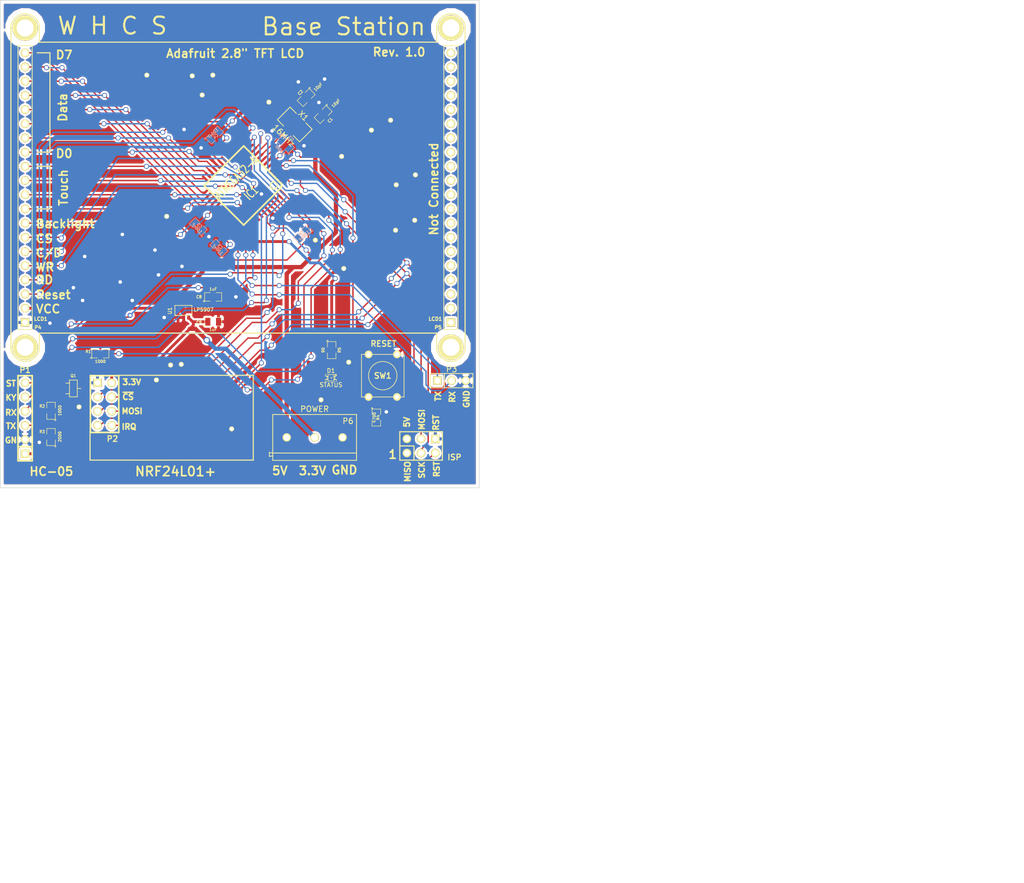
<source format=kicad_pcb>
(kicad_pcb (version 3) (host pcbnew "(2013-may-18)-stable")
  (title_block (title "Base Station") (rev 1.0) (company WHCS))
  (layers (15 F.Cu signal) (0 B.Cu signal) (18 B.Paste user) (19 F.Paste user) (20 B.SilkS user) (21 F.SilkS user) (22 B.Mask user) (23 F.Mask user) (28 Edge.Cuts user))
  (net 0 "")
  (net 1 /3V3)
  (net 2 /BTEN)
  (net 3 /C/D)
  (net 4 /CE)
  (net 5 /CSN)
  (net 6 /D0)
  (net 7 /D1)
  (net 8 /D2)
  (net 9 /D3)
  (net 10 /D4)
  (net 11 /D5)
  (net 12 /D6)
  (net 13 /D7)
  (net 14 /IRQ)
  (net 15 /KEY)
  (net 16 /LCS)
  (net 17 /LITE)
  (net 18 /LRST)
  (net 19 /MISO)
  (net 20 /MOSI)
  (net 21 /PA4)
  (net 22 /RD)
  (net 23 /RST)
  (net 24 /RX)
  (net 25 /RX_SOFT)
  (net 26 /SCK)
  (net 27 /STATUS)
  (net 28 /TX)
  (net 29 /TX_SOFT)
  (net 30 /VCC)
  (net 31 /WR)
  (net 32 /X+)
  (net 33 /X-)
  (net 34 /Y+)
  (net 35 /Y-)
  (net 36 GND)
  (net 37 N-000001)
  (net 38 N-0000015)
  (net 39 N-0000016)
  (net 40 N-0000017)
  (net 41 N-000002)
  (net 42 N-0000053)
  (net 43 N-0000063)
  (module gnd-via (layer F.Cu) (at 120.269 136.779)
    (fp_text reference "" (at 0 0) (layer F.SilkS))
    (fp_text value "" (at 0 0) (layer F.SilkS))
    (pad "" thru_hole circle (at 0 0) (size 0.889 0.889) (drill 0.635) (layers *.Cu *.Mask F.SilkS) (net 36 GND))
  )
  (module gnd-via (layer F.Cu) (at 117.729 139.446)
    (fp_text reference "" (at 0 0) (layer F.SilkS))
    (fp_text value "" (at 0 0) (layer F.SilkS))
    (pad "" thru_hole circle (at 0 0) (size 0.889 0.889) (drill 0.635) (layers *.Cu *.Mask F.SilkS) (net 36 GND))
  )
  (module gnd-via (layer F.Cu) (at 137.8585 89.7255 90)
    (fp_text reference "" (at 0 0 90) (layer F.SilkS))
    (fp_text value "" (at 0 0 90) (layer F.SilkS))
    (pad "" thru_hole circle (at 0 0 90) (size 0.889 0.889) (drill 0.635) (layers *.Cu *.Mask F.SilkS) (net 36 GND))
  )
  (module gnd-via (layer F.Cu) (at 131.191 148.209)
    (fp_text reference "" (at 0 0) (layer F.SilkS))
    (fp_text value "" (at 0 0) (layer F.SilkS))
    (pad "" thru_hole circle (at 0 0) (size 0.889 0.889) (drill 0.635) (layers *.Cu *.Mask F.SilkS) (net 36 GND))
  )
  (module gnd-via (layer F.Cu) (at 122.174 136.652)
    (fp_text reference "" (at 0 0) (layer F.SilkS))
    (fp_text value "" (at 0 0) (layer F.SilkS))
    (pad "" thru_hole circle (at 0 0) (size 0.889 0.889) (drill 0.635) (layers *.Cu *.Mask F.SilkS) (net 36 GND))
  )
  (module gnd-via (layer F.Cu) (at 147.193 143.002)
    (fp_text reference "" (at 0 0) (layer F.SilkS))
    (fp_text value "" (at 0 0) (layer F.SilkS))
    (pad "" thru_hole circle (at 0 0) (size 0.889 0.889) (drill 0.635) (layers *.Cu *.Mask F.SilkS) (net 36 GND))
  )
  (module gnd-via (layer F.Cu) (at 151.257 119.507)
    (fp_text reference "" (at 0 0) (layer F.SilkS))
    (fp_text value "" (at 0 0) (layer F.SilkS))
    (pad "" thru_hole circle (at 0 0) (size 0.889 0.889) (drill 0.635) (layers *.Cu *.Mask F.SilkS) (net 36 GND))
  )
  (module gnd-via (layer F.Cu) (at 159.639 92.964)
    (fp_text reference "" (at 0 0) (layer F.SilkS))
    (fp_text value "" (at 0 0) (layer F.SilkS))
    (pad "" thru_hole circle (at 0 0) (size 0.889 0.889) (drill 0.635) (layers *.Cu *.Mask F.SilkS) (net 36 GND))
  )
  (module gnd-via (layer F.Cu) (at 156.21 94.742)
    (fp_text reference "" (at 0 0) (layer F.SilkS))
    (fp_text value "" (at 0 0) (layer F.SilkS))
    (pad "" thru_hole circle (at 0 0) (size 0.889 0.889) (drill 0.635) (layers *.Cu *.Mask F.SilkS) (net 36 GND))
  )
  (module gnd-via (layer F.Cu) (at 150.876 99.441)
    (fp_text reference "" (at 0 0) (layer F.SilkS))
    (fp_text value "" (at 0 0) (layer F.SilkS))
    (pad "" thru_hole circle (at 0 0) (size 0.889 0.889) (drill 0.635) (layers *.Cu *.Mask F.SilkS) (net 36 GND))
  )
  (module gnd-via (layer F.Cu) (at 125.9205 88.4555 90)
    (fp_text reference "" (at 0 0 90) (layer F.SilkS))
    (fp_text value "" (at 0 0 90) (layer F.SilkS))
    (pad "" thru_hole circle (at 0 0 90) (size 0.889 0.889) (drill 0.635) (layers *.Cu *.Mask F.SilkS) (net 36 GND))
  )
  (module gnd-via (layer F.Cu) (at 127.8255 84.8995 90)
    (fp_text reference "" (at 0 0 90) (layer F.SilkS))
    (fp_text value "" (at 0 0 90) (layer F.SilkS))
    (pad "" thru_hole circle (at 0 0 90) (size 0.889 0.889) (drill 0.635) (layers *.Cu *.Mask F.SilkS) (net 36 GND))
  )
  (module gnd-via (layer F.Cu) (at 124.1425 85.0265 90)
    (fp_text reference "" (at 0 0 90) (layer F.SilkS))
    (fp_text value "" (at 0 0 90) (layer F.SilkS))
    (pad "" thru_hole circle (at 0 0 90) (size 0.889 0.889) (drill 0.635) (layers *.Cu *.Mask F.SilkS) (net 36 GND))
  )
  (module gnd-via (layer F.Cu) (at 116.0145 84.8995 90)
    (fp_text reference "" (at 0 0 90) (layer F.SilkS))
    (fp_text value "" (at 0 0 90) (layer F.SilkS))
    (pad "" thru_hole circle (at 0 0 90) (size 0.889 0.889) (drill 0.635) (layers *.Cu *.Mask F.SilkS) (net 36 GND))
  )
  (module gnd-via (layer F.Cu) (at 119.5705 110.1725 90)
    (fp_text reference "" (at 0 0 90) (layer F.SilkS))
    (fp_text value "" (at 0 0 90) (layer F.SilkS))
    (pad "" thru_hole circle (at 0 0 90) (size 0.889 0.889) (drill 0.635) (layers *.Cu *.Mask F.SilkS) (net 36 GND))
  )
  (module gnd-via (layer F.Cu) (at 160.655 104.521)
    (fp_text reference "" (at 0 0) (layer F.SilkS))
    (fp_text value "" (at 0 0) (layer F.SilkS))
    (pad "" thru_hole circle (at 0 0) (size 0.889 0.889) (drill 0.635) (layers *.Cu *.Mask F.SilkS) (net 36 GND))
  )
  (module gnd-via (layer F.Cu) (at 164.084 102.743)
    (fp_text reference "" (at 0 0) (layer F.SilkS))
    (fp_text value "" (at 0 0) (layer F.SilkS))
    (pad "" thru_hole circle (at 0 0) (size 0.889 0.889) (drill 0.635) (layers *.Cu *.Mask F.SilkS) (net 36 GND))
  )
  (module gnd-via (layer F.Cu) (at 163.957 110.871)
    (fp_text reference "" (at 0 0) (layer F.SilkS))
    (fp_text value "" (at 0 0) (layer F.SilkS))
    (pad "" thru_hole circle (at 0 0) (size 0.889 0.889) (drill 0.635) (layers *.Cu *.Mask F.SilkS) (net 36 GND))
  )
  (module gnd-via (layer F.Cu) (at 103.886 144.272)
    (fp_text reference "" (at 0 0) (layer F.SilkS))
    (fp_text value "" (at 0 0) (layer F.SilkS))
    (pad "" thru_hole circle (at 0 0) (size 0.889 0.889) (drill 0.635) (layers *.Cu *.Mask F.SilkS) (net 36 GND))
  )
  (module gnd-via (layer F.Cu) (at 160.528 112.649)
    (fp_text reference "" (at 0 0) (layer F.SilkS))
    (fp_text value "" (at 0 0) (layer F.SilkS))
    (pad "" thru_hole circle (at 0 0) (size 0.889 0.889) (drill 0.635) (layers *.Cu *.Mask F.SilkS) (net 36 GND))
  )
  (module gnd-via (layer F.Cu) (at 146.177 114.427)
    (fp_text reference "" (at 0 0) (layer F.SilkS))
    (fp_text value "" (at 0 0) (layer F.SilkS))
    (pad "" thru_hole circle (at 0 0) (size 0.889 0.889) (drill 0.508) (layers *.Cu *.Mask F.SilkS) (net 36 GND))
  )
  (module TQFP44 (layer F.Cu) (at 133.35 104.648 225)
    (fp_text reference IC1 (at 0 -1.905 225) (layer F.SilkS) (effects (font (size 1.524 1.016) (thickness 0.2032))))
    (fp_text value ATMEGA32-A (at 0 1.905 225) (layer F.SilkS) (effects (font (size 1.524 1.016) (thickness 0.2032))))
    (pad 39 smd rect (at 0 -5.715 225) (size 0.4064 1.524) (layers F.Cu F.Paste F.Mask) (net 36 GND))
    (pad 40 smd rect (at -0.8001 -5.715 225) (size 0.4064 1.524) (layers F.Cu F.Paste F.Mask) (net 4 /CE))
    (pad 41 smd rect (at -1.6002 -5.715 225) (size 0.4064 1.524) (layers F.Cu F.Paste F.Mask) (net 15 /KEY))
    (pad 42 smd rect (at -2.4003 -5.715 225) (size 0.4064 1.524) (layers F.Cu F.Paste F.Mask) (net 2 /BTEN))
    (pad 43 smd rect (at -3.2004 -5.715 225) (size 0.4064 1.524) (layers F.Cu F.Paste F.Mask) (net 17 /LITE))
    (pad 44 smd rect (at -4.0005 -5.715 225) (size 0.4064 1.524) (layers F.Cu F.Paste F.Mask) (net 5 /CSN))
    (pad 38 smd rect (at 0.8001 -5.715 225) (size 0.4064 1.524) (layers F.Cu F.Paste F.Mask) (net 30 /VCC))
    (pad 37 smd rect (at 1.6002 -5.715 225) (size 0.4064 1.524) (layers F.Cu F.Paste F.Mask) (net 35 /Y-))
    (pad 36 smd rect (at 2.4003 -5.715 225) (size 0.4064 1.524) (layers F.Cu F.Paste F.Mask) (net 33 /X-))
    (pad 35 smd rect (at 3.2004 -5.715 225) (size 0.4064 1.524) (layers F.Cu F.Paste F.Mask) (net 34 /Y+))
    (pad 34 smd rect (at 4.0005 -5.715 225) (size 0.4064 1.524) (layers F.Cu F.Paste F.Mask) (net 32 /X+))
    (pad 17 smd rect (at 0 5.715 225) (size 0.4064 1.524) (layers F.Cu F.Paste F.Mask) (net 30 /VCC))
    (pad 16 smd rect (at -0.8001 5.715 225) (size 0.4064 1.524) (layers F.Cu F.Paste F.Mask) (net 16 /LCS))
    (pad 15 smd rect (at -1.6002 5.715 225) (size 0.4064 1.524) (layers F.Cu F.Paste F.Mask) (net 3 /C/D))
    (pad 14 smd rect (at -2.4003 5.715 225) (size 0.4064 1.524) (layers F.Cu F.Paste F.Mask) (net 31 /WR))
    (pad 13 smd rect (at -3.2004 5.715 225) (size 0.4064 1.524) (layers F.Cu F.Paste F.Mask) (net 22 /RD))
    (pad 12 smd rect (at -4.0005 5.715 225) (size 0.4064 1.524) (layers F.Cu F.Paste F.Mask) (net 18 /LRST))
    (pad 18 smd rect (at 0.8001 5.715 225) (size 0.4064 1.524) (layers F.Cu F.Paste F.Mask) (net 36 GND))
    (pad 19 smd rect (at 1.6002 5.715 225) (size 0.4064 1.524) (layers F.Cu F.Paste F.Mask) (net 6 /D0))
    (pad 20 smd rect (at 2.4003 5.715 225) (size 0.4064 1.524) (layers F.Cu F.Paste F.Mask) (net 7 /D1))
    (pad 21 smd rect (at 3.2004 5.715 225) (size 0.4064 1.524) (layers F.Cu F.Paste F.Mask) (net 8 /D2))
    (pad 22 smd rect (at 4.0005 5.715 225) (size 0.4064 1.524) (layers F.Cu F.Paste F.Mask) (net 9 /D3))
    (pad 6 smd rect (at -5.715 0 225) (size 1.524 0.4064) (layers F.Cu F.Paste F.Mask) (net 36 GND))
    (pad 28 smd rect (at 5.715 0 225) (size 1.524 0.4064) (layers F.Cu F.Paste F.Mask) (net 36 GND))
    (pad 7 smd rect (at -5.715 0.8001 225) (size 1.524 0.4064) (layers F.Cu F.Paste F.Mask) (net 37 N-000001))
    (pad 27 smd rect (at 5.715 0.8001 225) (size 1.524 0.4064) (layers F.Cu F.Paste F.Mask) (net 30 /VCC))
    (pad 26 smd rect (at 5.715 1.6002 225) (size 1.524 0.4064) (layers F.Cu F.Paste F.Mask) (net 13 /D7))
    (pad 8 smd rect (at -5.715 1.6002 225) (size 1.524 0.4064) (layers F.Cu F.Paste F.Mask) (net 41 N-000002))
    (pad 9 smd rect (at -5.715 2.4003 225) (size 1.524 0.4064) (layers F.Cu F.Paste F.Mask) (net 24 /RX))
    (pad 25 smd rect (at 5.715 2.4003 225) (size 1.524 0.4064) (layers F.Cu F.Paste F.Mask) (net 12 /D6))
    (pad 24 smd rect (at 5.715 3.2004 225) (size 1.524 0.4064) (layers F.Cu F.Paste F.Mask) (net 11 /D5))
    (pad 10 smd rect (at -5.715 3.2004 225) (size 1.524 0.4064) (layers F.Cu F.Paste F.Mask) (net 28 /TX))
    (pad 11 smd rect (at -5.715 4.0005 225) (size 1.524 0.4064) (layers F.Cu F.Paste F.Mask) (net 14 /IRQ))
    (pad 23 smd rect (at 5.715 4.0005 225) (size 1.524 0.4064) (layers F.Cu F.Paste F.Mask) (net 10 /D4))
    (pad 29 smd rect (at 5.715 -0.8001 225) (size 1.524 0.4064) (layers F.Cu F.Paste F.Mask) (net 43 N-0000063))
    (pad 5 smd rect (at -5.715 -0.8001 225) (size 1.524 0.4064) (layers F.Cu F.Paste F.Mask) (net 30 /VCC))
    (pad 4 smd rect (at -5.715 -1.6002 225) (size 1.524 0.4064) (layers F.Cu F.Paste F.Mask) (net 23 /RST))
    (pad 30 smd rect (at 5.715 -1.6002 225) (size 1.524 0.4064) (layers F.Cu F.Paste F.Mask) (net 25 /RX_SOFT))
    (pad 31 smd rect (at 5.715 -2.4003 225) (size 1.524 0.4064) (layers F.Cu F.Paste F.Mask) (net 29 /TX_SOFT))
    (pad 3 smd rect (at -5.715 -2.4003 225) (size 1.524 0.4064) (layers F.Cu F.Paste F.Mask) (net 26 /SCK))
    (pad 2 smd rect (at -5.715 -3.2004 225) (size 1.524 0.4064) (layers F.Cu F.Paste F.Mask) (net 19 /MISO))
    (pad 32 smd rect (at 5.715 -3.2004 225) (size 1.524 0.4064) (layers F.Cu F.Paste F.Mask) (net 27 /STATUS))
    (pad 33 smd rect (at 5.715 -4.0005 225) (size 1.524 0.4064) (layers F.Cu F.Paste F.Mask) (net 21 /PA4))
    (pad 1 smd rect (at -5.715 -4.0005 225) (size 1.524 0.4064) (layers F.Cu F.Paste F.Mask) (net 20 /MOSI))
  )
  (module SW_PUSH_SMALL (layer F.Cu) (at 158.242 138.684 90)
    (fp_text reference SW1 (at 0 0 180) (layer F.SilkS) (effects (font (size 1.016 1.016) (thickness 0.2032))))
    (fp_text value RESET (at 5.715 0.127 180) (layer F.SilkS) (effects (font (size 1.016 1.016) (thickness 0.2032))))
    (pad 1 thru_hole circle (at 3.81 -2.54 90) (size 1.397 1.397) (drill 0.8128) (layers *.Cu *.Mask F.SilkS) (net 23 /RST))
    (pad 2 thru_hole circle (at 3.81 2.54 90) (size 1.397 1.397) (drill 0.8128) (layers *.Cu *.Mask F.SilkS) (net 36 GND))
    (pad 1 thru_hole circle (at -3.81 -2.54 90) (size 1.397 1.397) (drill 0.8128) (layers *.Cu *.Mask F.SilkS) (net 23 /RST))
    (pad 2 thru_hole circle (at -3.81 2.54 90) (size 1.397 1.397) (drill 0.8128) (layers *.Cu *.Mask F.SilkS) (net 36 GND))
  )
  (module SOT23-5 (layer F.Cu) (at 122.555 127 180)
    (fp_text reference U1 (at 2.413 -0.0635 270) (layer F.SilkS) (effects (font (size 0.635 0.635) (thickness 0.127))))
    (fp_text value LP5907 (at -3.6195 0.127 180) (layer F.SilkS) (effects (font (size 0.635 0.635) (thickness 0.127))))
    (pad 1 smd rect (at -0.9525 1.27 180) (size 0.508 0.762) (layers F.Cu F.Paste F.Mask) (net 30 /VCC))
    (pad 3 smd rect (at 0.9525 1.27 180) (size 0.508 0.762) (layers F.Cu F.Paste F.Mask) (net 30 /VCC))
    (pad 5 smd rect (at -0.9525 -1.27 180) (size 0.508 0.762) (layers F.Cu F.Paste F.Mask) (net 1 /3V3))
    (pad 2 smd rect (at 0 1.27 180) (size 0.508 0.762) (layers F.Cu F.Paste F.Mask) (net 36 GND))
    (pad 4 smd rect (at 0.9525 -1.27 180) (size 0.508 0.762) (layers F.Cu F.Paste F.Mask) (net 36 GND))
  )
  (module sot23 (layer F.Cu) (at 102.87 140.97 270)
    (fp_text reference Q1 (at -2.286 0 360) (layer F.SilkS) (effects (font (size 0.50038 0.50038) (thickness 0.09906))))
    (fp_text value BTEN hide)
    (pad 1 smd rect (at -0.9525 1.05664 270) (size 0.59944 1.00076) (layers F.Cu F.Paste F.Mask) (net 39 N-0000016))
    (pad 2 smd rect (at 0 -1.05664 270) (size 0.59944 1.00076) (layers F.Cu F.Paste F.Mask) (net 1 /3V3))
    (pad 3 smd rect (at 0.9525 1.05664 270) (size 0.59944 1.00076) (layers F.Cu F.Paste F.Mask) (net 40 N-0000017))
  )
  (module SM0805 (layer F.Cu) (at 144.526 88.9 225)
    (fp_text reference C2 (at 0.089803 1.347038 225) (layer F.SilkS) (effects (font (size 0.50038 0.50038) (thickness 0.10922))))
    (fp_text value 10pF (at -2.873682 -0.179605 225) (layer F.SilkS) (effects (font (size 0.50038 0.50038) (thickness 0.10922))))
    (pad 1 smd rect (at -0.9525 0 225) (size 0.889 1.397) (layers F.Cu F.Paste F.Mask) (net 36 GND))
    (pad 2 smd rect (at 0.9525 0 225) (size 0.889 1.397) (layers F.Cu F.Paste F.Mask) (net 41 N-000002))
  )
  (module SM0805 (layer F.Cu) (at 149.098 134.112 270)
    (fp_text reference R5 (at 0 -1.397 270) (layer F.SilkS) (effects (font (size 0.50038 0.50038) (thickness 0.10922))))
    (fp_text value 90 (at 0 1.524 270) (layer F.SilkS) (effects (font (size 0.50038 0.50038) (thickness 0.10922))))
    (pad 1 smd rect (at -0.9525 0 270) (size 0.889 1.397) (layers F.Cu F.Paste F.Mask) (net 21 /PA4))
    (pad 2 smd rect (at 0.9525 0 270) (size 0.889 1.397) (layers F.Cu F.Paste F.Mask) (net 42 N-0000053))
  )
  (module SM0805 (layer F.Cu) (at 157.099 146.177 270)
    (fp_text reference R4 (at 0 -0.3175 270) (layer F.SilkS) (effects (font (size 0.50038 0.50038) (thickness 0.10922))))
    (fp_text value 4700 (at 0 0.381 270) (layer F.SilkS) (effects (font (size 0.50038 0.50038) (thickness 0.10922))))
    (pad 1 smd rect (at -0.9525 0 270) (size 0.889 1.397) (layers F.Cu F.Paste F.Mask) (net 30 /VCC))
    (pad 2 smd rect (at 0.9525 0 270) (size 0.889 1.397) (layers F.Cu F.Paste F.Mask) (net 23 /RST))
  )
  (module SM0805 (layer B.Cu) (at 140.843 97.282 135)
    (fp_text reference C7 (at 0 1.436841 135) (layer B.SilkS) (effects (font (size 0.50038 0.50038) (thickness 0.10922)) (justify mirror)))
    (fp_text value 100nF (at 0 -1.436841 135) (layer B.SilkS) (effects (font (size 0.50038 0.50038) (thickness 0.10922)) (justify mirror)))
    (pad 1 smd rect (at -0.9525 0 135) (size 0.889 1.397) (layers B.Cu B.Paste B.Mask) (net 30 /VCC))
    (pad 2 smd rect (at 0.9525 0 135) (size 0.889 1.397) (layers B.Cu B.Paste B.Mask) (net 36 GND))
  )
  (module SM0805 (layer B.Cu) (at 128.143 95.631 45)
    (fp_text reference C4 (at 0 0.3175 45) (layer B.SilkS) (effects (font (size 0.50038 0.50038) (thickness 0.10922)) (justify mirror)))
    (fp_text value 100nF (at 0 -0.381 45) (layer B.SilkS) (effects (font (size 0.50038 0.50038) (thickness 0.10922)) (justify mirror)))
    (pad 1 smd rect (at -0.9525 0 45) (size 0.889 1.397) (layers B.Cu B.Paste B.Mask) (net 36 GND))
    (pad 2 smd rect (at 0.9525 0 45) (size 0.889 1.397) (layers B.Cu B.Paste B.Mask) (net 30 /VCC))
  )
  (module SM0805 (layer B.Cu) (at 125.222 112.014 135)
    (fp_text reference C5 (at 0 0.3175 135) (layer B.SilkS) (effects (font (size 0.50038 0.50038) (thickness 0.10922)) (justify mirror)))
    (fp_text value 100nF (at 0 -0.381 135) (layer B.SilkS) (effects (font (size 0.50038 0.50038) (thickness 0.10922)) (justify mirror)))
    (pad 1 smd rect (at -0.9525 0 135) (size 0.889 1.397) (layers B.Cu B.Paste B.Mask) (net 36 GND))
    (pad 2 smd rect (at 0.9525 0 135) (size 0.889 1.397) (layers B.Cu B.Paste B.Mask) (net 30 /VCC))
  )
  (module SM0805 (layer B.Cu) (at 143.891 113.411 225)
    (fp_text reference C6 (at 0 0.3175 225) (layer B.SilkS) (effects (font (size 0.50038 0.50038) (thickness 0.10922)) (justify mirror)))
    (fp_text value 100nF (at 0 -0.381 225) (layer B.SilkS) (effects (font (size 0.50038 0.50038) (thickness 0.10922)) (justify mirror)))
    (pad 1 smd rect (at -0.9525 0 225) (size 0.889 1.397) (layers B.Cu B.Paste B.Mask) (net 36 GND))
    (pad 2 smd rect (at 0.9525 0 225) (size 0.889 1.397) (layers B.Cu B.Paste B.Mask) (net 30 /VCC))
  )
  (module SM0805 (layer F.Cu) (at 107.696 134.747)
    (fp_text reference R1 (at -2.159 -0.381) (layer F.SilkS) (effects (font (size 0.50038 0.50038) (thickness 0.10922))))
    (fp_text value 1000 (at 0 1.397) (layer F.SilkS) (effects (font (size 0.50038 0.50038) (thickness 0.10922))))
    (pad 1 smd rect (at -0.9525 0) (size 0.889 1.397) (layers F.Cu F.Paste F.Mask) (net 39 N-0000016))
    (pad 2 smd rect (at 0.9525 0) (size 0.889 1.397) (layers F.Cu F.Paste F.Mask) (net 2 /BTEN))
  )
  (module SM0805 (layer F.Cu) (at 98.8695 149.6695 90)
    (fp_text reference R3 (at 0.9525 -1.5875 180) (layer F.SilkS) (effects (font (size 0.50038 0.50038) (thickness 0.10922))))
    (fp_text value 2000 (at 0.0635 1.5875 90) (layer F.SilkS) (effects (font (size 0.50038 0.50038) (thickness 0.10922))))
    (pad 1 smd rect (at -0.9525 0 90) (size 0.889 1.397) (layers F.Cu F.Paste F.Mask) (net 36 GND))
    (pad 2 smd rect (at 0.9525 0 90) (size 0.889 1.397) (layers F.Cu F.Paste F.Mask) (net 38 N-0000015))
  )
  (module SM0805 (layer F.Cu) (at 98.8695 144.9705 90)
    (fp_text reference R2 (at 0.8255 -1.5875 180) (layer F.SilkS) (effects (font (size 0.50038 0.50038) (thickness 0.10922))))
    (fp_text value 1000 (at 0.0635 1.5875 90) (layer F.SilkS) (effects (font (size 0.50038 0.50038) (thickness 0.10922))))
    (pad 1 smd rect (at -0.9525 0 90) (size 0.889 1.397) (layers F.Cu F.Paste F.Mask) (net 38 N-0000015))
    (pad 2 smd rect (at 0.9525 0 90) (size 0.889 1.397) (layers F.Cu F.Paste F.Mask) (net 24 /RX))
  )
  (module SM0805 (layer B.Cu) (at 128.905 115.824 135)
    (fp_text reference C3 (at 0 0.3175 135) (layer B.SilkS) (effects (font (size 0.50038 0.50038) (thickness 0.10922)) (justify mirror)))
    (fp_text value 100nF (at 0 -0.381 135) (layer B.SilkS) (effects (font (size 0.50038 0.50038) (thickness 0.10922)) (justify mirror)))
    (pad 1 smd rect (at -0.9525 0 135) (size 0.889 1.397) (layers B.Cu B.Paste B.Mask) (net 43 N-0000063))
    (pad 2 smd rect (at 0.9525 0 135) (size 0.889 1.397) (layers B.Cu B.Paste B.Mask) (net 36 GND))
  )
  (module SM0805 (layer F.Cu) (at 147.574 91.948 225)
    (fp_text reference C1 (at -0.179605 -1.616446 225) (layer F.SilkS) (effects (font (size 0.50038 0.50038) (thickness 0.10922))))
    (fp_text value 10pF (at -3.053287 -0.179605 225) (layer F.SilkS) (effects (font (size 0.50038 0.50038) (thickness 0.10922))))
    (pad 1 smd rect (at -0.9525 0 225) (size 0.889 1.397) (layers F.Cu F.Paste F.Mask) (net 36 GND))
    (pad 2 smd rect (at 0.9525 0 225) (size 0.889 1.397) (layers F.Cu F.Paste F.Mask) (net 37 N-000001))
  )
  (module pin_array_4x2 (layer F.Cu) (at 108.458 143.764 270)
    (fp_text reference P2 (at 6.223 -1.397 360) (layer F.SilkS) (effects (font (size 1.016 1.016) (thickness 0.2032))))
    (fp_text value NRF24L01+ hide)
    (pad 1 thru_hole rect (at -3.81 1.27 270) (size 1.524 1.524) (drill 1.016) (layers *.Cu *.Mask F.SilkS) (net 36 GND))
    (pad 2 thru_hole circle (at -3.81 -1.27 270) (size 1.524 1.524) (drill 1.016) (layers *.Cu *.Mask F.SilkS) (net 1 /3V3))
    (pad 3 thru_hole circle (at -1.27 1.27 270) (size 1.524 1.524) (drill 1.016) (layers *.Cu *.Mask F.SilkS) (net 4 /CE))
    (pad 4 thru_hole circle (at -1.27 -1.27 270) (size 1.524 1.524) (drill 1.016) (layers *.Cu *.Mask F.SilkS) (net 5 /CSN))
    (pad 5 thru_hole circle (at 1.27 1.27 270) (size 1.524 1.524) (drill 1.016) (layers *.Cu *.Mask F.SilkS) (net 26 /SCK))
    (pad 6 thru_hole circle (at 1.27 -1.27 270) (size 1.524 1.524) (drill 1.016) (layers *.Cu *.Mask F.SilkS) (net 20 /MOSI))
    (pad 7 thru_hole circle (at 3.81 1.27 270) (size 1.524 1.524) (drill 1.016) (layers *.Cu *.Mask F.SilkS) (net 19 /MISO))
    (pad 8 thru_hole circle (at 3.81 -1.27 270) (size 1.524 1.524) (drill 1.016) (layers *.Cu *.Mask F.SilkS) (net 14 /IRQ))
  )
  (module PIN_ARRAY_20X1 (layer F.Cu) (at 170.434 94.869 90)
    (fp_text reference P5 (at -35.179 -2.286 180) (layer F.SilkS) (effects (font (size 0.63246 0.63246) (thickness 0.15748))))
    (fp_text value LCD1 (at -33.655 -2.794 180) (layer F.SilkS) (effects (font (size 0.63246 0.63246) (thickness 0.15748))))
    (pad 1 thru_hole rect (at -34.29 0 90) (size 1.524 1.524) (drill 1.016) (layers *.Cu *.Mask F.SilkS))
    (pad 2 thru_hole circle (at -31.75 0 90) (size 1.524 1.524) (drill 1.016) (layers *.Cu *.Mask F.SilkS))
    (pad 11 thru_hole circle (at -8.89 0 90) (size 1.524 1.524) (drill 1.016) (layers *.Cu *.Mask F.SilkS))
    (pad 4 thru_hole circle (at -26.67 0 90) (size 1.524 1.524) (drill 1.016) (layers *.Cu *.Mask F.SilkS))
    (pad 13 thru_hole circle (at -3.81 0 90) (size 1.524 1.524) (drill 1.016) (layers *.Cu *.Mask F.SilkS))
    (pad 6 thru_hole circle (at -21.59 0 90) (size 1.524 1.524) (drill 1.016) (layers *.Cu *.Mask F.SilkS))
    (pad 15 thru_hole circle (at 1.27 0 90) (size 1.524 1.524) (drill 1.016) (layers *.Cu *.Mask F.SilkS))
    (pad 8 thru_hole circle (at -16.51 0 90) (size 1.524 1.524) (drill 1.016) (layers *.Cu *.Mask F.SilkS))
    (pad 17 thru_hole circle (at 6.35 0 90) (size 1.524 1.524) (drill 1.016) (layers *.Cu *.Mask F.SilkS))
    (pad 10 thru_hole circle (at -11.43 0 90) (size 1.524 1.524) (drill 1.016) (layers *.Cu *.Mask F.SilkS))
    (pad 19 thru_hole circle (at 11.43 0 90) (size 1.524 1.524) (drill 1.016) (layers *.Cu *.Mask F.SilkS))
    (pad 12 thru_hole circle (at -6.35 0 90) (size 1.524 1.524) (drill 1.016) (layers *.Cu *.Mask F.SilkS))
    (pad 14 thru_hole circle (at -1.27 0 90) (size 1.524 1.524) (drill 1.016) (layers *.Cu *.Mask F.SilkS))
    (pad 16 thru_hole circle (at 3.81 0 90) (size 1.524 1.524) (drill 1.016) (layers *.Cu *.Mask F.SilkS))
    (pad 18 thru_hole circle (at 8.89 0 90) (size 1.524 1.524) (drill 1.016) (layers *.Cu *.Mask F.SilkS))
    (pad 20 thru_hole circle (at 13.97 0 90) (size 1.524 1.524) (drill 1.016) (layers *.Cu *.Mask F.SilkS))
    (pad 3 thru_hole circle (at -29.21 0 90) (size 1.524 1.524) (drill 1.016) (layers *.Cu *.Mask F.SilkS))
    (pad 5 thru_hole circle (at -24.13 0 90) (size 1.524 1.524) (drill 1.016) (layers *.Cu *.Mask F.SilkS))
    (pad 7 thru_hole circle (at -19.05 0 90) (size 1.524 1.524) (drill 1.016) (layers *.Cu *.Mask F.SilkS))
    (pad 9 thru_hole circle (at -13.97 0 90) (size 1.524 1.524) (drill 1.016) (layers *.Cu *.Mask F.SilkS))
  )
  (module PIN_ARRAY_20X1 (layer F.Cu) (at 94.234 94.869 90)
    (fp_text reference P4 (at -35.179 2.286 180) (layer F.SilkS) (effects (font (size 0.63246 0.63246) (thickness 0.15748))))
    (fp_text value LCD1 (at -33.655 2.794 180) (layer F.SilkS) (effects (font (size 0.63246 0.63246) (thickness 0.15748))))
    (pad 1 thru_hole rect (at -34.29 0 90) (size 1.524 1.524) (drill 1.016) (layers *.Cu *.Mask F.SilkS) (net 36 GND))
    (pad 2 thru_hole circle (at -31.75 0 90) (size 1.524 1.524) (drill 1.016) (layers *.Cu *.Mask F.SilkS) (net 30 /VCC))
    (pad 11 thru_hole circle (at -8.89 0 90) (size 1.524 1.524) (drill 1.016) (layers *.Cu *.Mask F.SilkS) (net 33 /X-))
    (pad 4 thru_hole circle (at -26.67 0 90) (size 1.524 1.524) (drill 1.016) (layers *.Cu *.Mask F.SilkS) (net 22 /RD))
    (pad 13 thru_hole circle (at -3.81 0 90) (size 1.524 1.524) (drill 1.016) (layers *.Cu *.Mask F.SilkS) (net 6 /D0))
    (pad 6 thru_hole circle (at -21.59 0 90) (size 1.524 1.524) (drill 1.016) (layers *.Cu *.Mask F.SilkS) (net 3 /C/D))
    (pad 15 thru_hole circle (at 1.27 0 90) (size 1.524 1.524) (drill 1.016) (layers *.Cu *.Mask F.SilkS) (net 8 /D2))
    (pad 8 thru_hole circle (at -16.51 0 90) (size 1.524 1.524) (drill 1.016) (layers *.Cu *.Mask F.SilkS) (net 17 /LITE))
    (pad 17 thru_hole circle (at 6.35 0 90) (size 1.524 1.524) (drill 1.016) (layers *.Cu *.Mask F.SilkS) (net 10 /D4))
    (pad 10 thru_hole circle (at -11.43 0 90) (size 1.524 1.524) (drill 1.016) (layers *.Cu *.Mask F.SilkS) (net 34 /Y+))
    (pad 19 thru_hole circle (at 11.43 0 90) (size 1.524 1.524) (drill 1.016) (layers *.Cu *.Mask F.SilkS) (net 12 /D6))
    (pad 12 thru_hole circle (at -6.35 0 90) (size 1.524 1.524) (drill 1.016) (layers *.Cu *.Mask F.SilkS) (net 35 /Y-))
    (pad 14 thru_hole circle (at -1.27 0 90) (size 1.524 1.524) (drill 1.016) (layers *.Cu *.Mask F.SilkS) (net 7 /D1))
    (pad 16 thru_hole circle (at 3.81 0 90) (size 1.524 1.524) (drill 1.016) (layers *.Cu *.Mask F.SilkS) (net 9 /D3))
    (pad 18 thru_hole circle (at 8.89 0 90) (size 1.524 1.524) (drill 1.016) (layers *.Cu *.Mask F.SilkS) (net 11 /D5))
    (pad 20 thru_hole circle (at 13.97 0 90) (size 1.524 1.524) (drill 1.016) (layers *.Cu *.Mask F.SilkS) (net 13 /D7))
    (pad 3 thru_hole circle (at -29.21 0 90) (size 1.524 1.524) (drill 1.016) (layers *.Cu *.Mask F.SilkS) (net 18 /LRST))
    (pad 5 thru_hole circle (at -24.13 0 90) (size 1.524 1.524) (drill 1.016) (layers *.Cu *.Mask F.SilkS) (net 31 /WR))
    (pad 7 thru_hole circle (at -19.05 0 90) (size 1.524 1.524) (drill 1.016) (layers *.Cu *.Mask F.SilkS) (net 16 /LCS))
    (pad 9 thru_hole circle (at -13.97 0 90) (size 1.524 1.524) (drill 1.016) (layers *.Cu *.Mask F.SilkS) (net 32 /X+))
  )
  (module PIN_ARRAY-6X1 (layer F.Cu) (at 94.234 146.304 90)
    (fp_text reference P1 (at 8.636 0 180) (layer F.SilkS) (effects (font (size 1.016 1.016) (thickness 0.2032))))
    (fp_text value HC-05 hide)
    (pad 1 thru_hole rect (at -6.35 0 90) (size 1.524 1.524) (drill 1.016) (layers *.Cu *.Mask F.SilkS) (net 40 N-0000017))
    (pad 2 thru_hole circle (at -3.81 0 90) (size 1.524 1.524) (drill 1.016) (layers *.Cu *.Mask F.SilkS) (net 36 GND))
    (pad 3 thru_hole circle (at -1.27 0 90) (size 1.524 1.524) (drill 1.016) (layers *.Cu *.Mask F.SilkS) (net 38 N-0000015))
    (pad 4 thru_hole circle (at 1.27 0 90) (size 1.524 1.524) (drill 1.016) (layers *.Cu *.Mask F.SilkS) (net 28 /TX))
    (pad 5 thru_hole circle (at 3.81 0 90) (size 1.524 1.524) (drill 1.016) (layers *.Cu *.Mask F.SilkS) (net 15 /KEY))
    (pad 6 thru_hole circle (at 6.35 0 90) (size 1.524 1.524) (drill 1.016) (layers *.Cu *.Mask F.SilkS) (net 27 /STATUS))
  )
  (module LED-0805 (layer F.Cu) (at 148.971 139.065)
    (fp_text reference D1 (at 0 -1.27) (layer F.SilkS) (effects (font (size 0.762 0.762) (thickness 0.127))))
    (fp_text value STATUS (at 0 1.27) (layer F.SilkS) (effects (font (size 0.762 0.762) (thickness 0.127))))
    (pad 1 smd rect (at -1.04902 0) (size 1.19888 1.19888) (layers F.Cu F.Paste F.Mask) (net 42 N-0000053))
    (pad 2 smd rect (at 1.04902 0) (size 1.19888 1.19888) (layers F.Cu F.Paste F.Mask) (net 36 GND))
  )
  (module terminal-282836-3 (layer F.Cu) (at 146.05 149.733)
    (fp_text reference P6 (at 5.969 -2.921) (layer F.SilkS))
    (fp_text value POWER (at 0 -5.08) (layer F.SilkS))
    (pad 1 thru_hole circle (at -5 0) (size 1.5 1.5) (drill 1.1) (layers *.Cu *.Mask F.SilkS) (net 30 /VCC))
    (pad 2 thru_hole circle (at 0 0) (size 1.5 1.5) (drill 1.1) (layers *.Cu *.Mask F.SilkS) (net 1 /3V3))
    (pad 3 thru_hole circle (at 5 0) (size 1.5 1.5) (drill 1.1) (layers *.Cu *.Mask F.SilkS) (net 36 GND))
  )
  (module pin_array_3x2 (layer F.Cu) (at 165.1 151.257)
    (fp_text reference ISP (at 5.969 2.032) (layer F.SilkS) (effects (font (size 1.016 1.016) (thickness 0.2032))))
    (fp_text value ISP hide)
    (pad 1 thru_hole circle (at -2.54 1.27) (size 1.524 1.524) (drill 1.016) (layers *.Cu *.Mask F.SilkS) (net 19 /MISO))
    (pad 2 thru_hole circle (at -2.54 -1.27) (size 1.524 1.524) (drill 1.016) (layers *.Cu *.Mask F.SilkS) (net 30 /VCC))
    (pad 3 thru_hole circle (at 0 1.27) (size 1.524 1.524) (drill 1.016) (layers *.Cu *.Mask F.SilkS) (net 26 /SCK))
    (pad 4 thru_hole circle (at 0 -1.27) (size 1.524 1.524) (drill 1.016) (layers *.Cu *.Mask F.SilkS) (net 20 /MOSI))
    (pad 5 thru_hole circle (at 2.54 1.27) (size 1.524 1.524) (drill 1.016) (layers *.Cu *.Mask F.SilkS) (net 23 /RST))
    (pad 6 thru_hole rect (at 2.54 -1.27) (size 1.524 1.524) (drill 1.016) (layers *.Cu *.Mask F.SilkS) (net 36 GND))
  )
  (module 2-SMD (layer F.Cu) (at 142.494 93.726 315)
    (fp_text reference X1 (at 0 -2.155261 315) (layer F.SilkS))
    (fp_text value 16MHz (at 0 2.8 315) (layer F.SilkS))
    (pad 1 smd rect (at -1.8 0 315) (size 1.6 2.3) (layers F.Cu F.Paste F.Mask) (net 41 N-000002))
    (pad 2 smd rect (at 1.8 0 315) (size 1.6 2.3) (layers F.Cu F.Paste F.Mask) (net 37 N-000001))
  )
  (module adafruit-tft-mount (layer F.Cu) (at 170.434 76.454)
    (fp_text reference "" (at 0 -2.54) (layer F.SilkS))
    (fp_text value "" (at 0 0) (layer F.SilkS))
    (pad "" thru_hole circle (at 0 0) (size 4.572 4.572) (drill 3.048) (layers *.Cu *.Mask F.SilkS) (clearance 1.27))
  )
  (module adafruit-tft-mount (layer F.Cu) (at 170.434 133.604)
    (fp_text reference "" (at 0 -2.54) (layer F.SilkS))
    (fp_text value "" (at 0 0) (layer F.SilkS))
    (pad "" thru_hole circle (at 0 0) (size 4.572 4.572) (drill 3.048) (layers *.Cu *.Mask F.SilkS) (clearance 1.27))
  )
  (module adafruit-tft-mount (layer F.Cu) (at 94.234 76.454)
    (fp_text reference "" (at 0 -2.54) (layer F.SilkS))
    (fp_text value "" (at 0 0) (layer F.SilkS))
    (pad "" thru_hole circle (at 0 0) (size 4.572 4.572) (drill 3.048) (layers *.Cu *.Mask F.SilkS) (clearance 1.27))
  )
  (module adafruit-tft-mount (layer F.Cu) (at 94.234 133.604)
    (fp_text reference "" (at 0 -2.54) (layer F.SilkS))
    (fp_text value "" (at 0 0) (layer F.SilkS))
    (pad "" thru_hole circle (at 0 0) (size 4.572 4.572) (drill 3.048) (layers *.Cu *.Mask F.SilkS) (clearance 1.27))
  )
  (module SM0805 (layer F.Cu) (at 127.889 124.587)
    (fp_text reference C8 (at -2.54 0) (layer F.SilkS) (effects (font (size 0.50038 0.50038) (thickness 0.10922))))
    (fp_text value 1uF (at 0 -1.397) (layer F.SilkS) (effects (font (size 0.50038 0.50038) (thickness 0.10922))))
    (pad 1 smd rect (at -0.9525 0) (size 0.889 1.397) (layers F.Cu F.Paste F.Mask) (net 30 /VCC))
    (pad 2 smd rect (at 0.9525 0) (size 0.889 1.397) (layers F.Cu F.Paste F.Mask) (net 36 GND))
  )
  (module SM0805 (layer F.Cu) (at 127.889 129.032)
    (fp_text reference C9 (at -2.54 0.127) (layer F.SilkS) (effects (font (size 0.50038 0.50038) (thickness 0.10922))))
    (fp_text value 1uF (at 0 1.397) (layer F.SilkS) (effects (font (size 0.50038 0.50038) (thickness 0.10922))))
    (pad 1 smd rect (at -0.9525 0) (size 0.889 1.397) (layers F.Cu F.Paste F.Mask) (net 1 /3V3))
    (pad 2 smd rect (at 0.9525 0) (size 0.889 1.397) (layers F.Cu F.Paste F.Mask) (net 36 GND))
  )
  (module gnd-via (layer F.Cu) (at 152.146 136.271)
    (fp_text reference "" (at 0 0) (layer F.SilkS))
    (fp_text value "" (at 0 0) (layer F.SilkS))
    (pad "" thru_hole circle (at 0 0) (size 0.889 0.889) (drill 0.635) (layers *.Cu *.Mask F.SilkS) (net 36 GND))
  )
  (module PIN_ARRAY_3X1 (layer F.Cu) (at 170.561 139.573)
    (fp_text reference P3 (at 0 -2.032) (layer F.SilkS) (effects (font (size 1.016 1.016) (thickness 0.1524))))
    (fp_text value SERIAL hide)
    (pad 1 thru_hole rect (at -2.54 0) (size 1.524 1.524) (drill 1.016) (layers *.Cu *.Mask F.SilkS) (net 29 /TX_SOFT))
    (pad 2 thru_hole circle (at 0 0) (size 1.524 1.524) (drill 1.016) (layers *.Cu *.Mask F.SilkS) (net 25 /RX_SOFT))
    (pad 3 thru_hole circle (at 2.54 0) (size 1.524 1.524) (drill 1.016) (layers *.Cu *.Mask F.SilkS) (net 36 GND))
  )
  (gr_text GN (at 91.694 150.241) (layer F.SilkS) (effects (font (size 1.016 1.016) (thickness 0.254))))
  (gr_text ST (at 91.694 140.081) (layer F.SilkS) (effects (font (size 1.016 1.016) (thickness 0.254))))
  (gr_text KY (at 91.694 142.621) (layer F.SilkS) (effects (font (size 1.016 1.016) (thickness 0.254))))
  (gr_text TX (at 91.694 147.701) (layer F.SilkS) (effects (font (size 1.016 1.016) (thickness 0.254))))
  (gr_text "Not Connected" (at 167.386 105.283 90) (layer F.SilkS) (effects (font (size 1.5 1.5) (thickness 0.3))))
  (gr_text "Rev. 1.0" (at 161.163 80.772) (layer F.SilkS) (effects (font (size 1.5 1.5) (thickness 0.3))))
  (gr_text IRQ (at 111.379 147.828) (layer F.SilkS) (effects (font (size 1.016 1.016) (thickness 0.254)) (justify left)))
  (gr_text MOSI (at 111.379 145.034) (layer F.SilkS) (effects (font (size 1.016 1.016) (thickness 0.254)) (justify left)))
  (gr_text ~CS (at 111.506 142.494) (layer F.SilkS) (effects (font (size 1.016 1.016) (thickness 0.254)) (justify left)))
  (gr_text 3.3V (at 111.506 139.827) (layer F.SilkS) (effects (font (size 1.016 1.016) (thickness 0.254)) (justify left)))
  (gr_text RX (at 91.694 145.288) (layer F.SilkS) (effects (font (size 1.016 1.016) (thickness 0.254))))
  (gr_text GND (at 173.228 142.875 90) (layer F.SilkS) (effects (font (size 1.016 1.016) (thickness 0.254))))
  (gr_text "Base Station" (at 151.257 76.2) (layer F.SilkS) (effects (font (size 3.048 3.048) (thickness 0.381))))
  (gr_text "W H C S" (at 109.855 76.073) (layer F.SilkS) (effects (font (size 3.048 3.048) (thickness 0.381))))
  (gr_text VCC (at 96.012 126.746) (layer F.SilkS) (effects (font (size 1.5 1.5) (thickness 0.3)) (justify left)))
  (gr_text Reset (at 96.012 124.206) (layer F.SilkS) (effects (font (size 1.5 1.5) (thickness 0.3)) (justify left)))
  (gr_text RD (at 96.012 121.539) (layer F.SilkS) (effects (font (size 1.5 1.5) (thickness 0.3)) (justify left)))
  (gr_text WR (at 96.012 119.253) (layer F.SilkS) (effects (font (size 1.5 1.5) (thickness 0.3)) (justify left)))
  (gr_text C/D (at 96.012 116.713) (layer F.SilkS) (effects (font (size 1.5 1.5) (thickness 0.3)) (justify left)))
  (gr_text CS (at 96.012 114.173) (layer F.SilkS) (effects (font (size 1.5 1.5) (thickness 0.3)) (justify left)))
  (gr_text Backlight (at 96.012 111.506) (layer F.SilkS) (effects (font (size 1.5 1.5) (thickness 0.3)) (justify left)))
  (gr_text Touch (at 101.092 105.029 90) (layer F.SilkS) (effects (font (size 1.5 1.5) (thickness 0.3))))
  (gr_line (start 98.679 108.839) (end 96.393 108.839) (angle 90) (layer F.SilkS) (width 0.2))
  (gr_line (start 98.679 101.219) (end 98.679 108.839) (angle 90) (layer F.SilkS) (width 0.2))
  (gr_line (start 96.393 101.219) (end 98.679 101.219) (angle 90) (layer F.SilkS) (width 0.2))
  (gr_text D7 (at 101.219 81.28) (layer F.SilkS) (effects (font (size 1.5 1.5) (thickness 0.3))))
  (gr_text D0 (at 101.219 98.933) (layer F.SilkS) (effects (font (size 1.5 1.5) (thickness 0.3))))
  (gr_line (start 98.679 98.679) (end 96.393 98.679) (angle 90) (layer F.SilkS) (width 0.2))
  (gr_line (start 98.679 80.899) (end 98.679 98.679) (angle 90) (layer F.SilkS) (width 0.2))
  (gr_line (start 96.393 80.899) (end 98.679 80.899) (angle 90) (layer F.SilkS) (width 0.2))
  (gr_text Data (at 100.965 90.678 90) (layer F.SilkS) (effects (font (size 1.5 1.5) (thickness 0.3))))
  (gr_text HC-05 (at 98.933 155.829) (layer F.SilkS) (effects (font (size 1.5 1.5) (thickness 0.3))))
  (gr_line (start 175.514 71.501) (end 175.514 72.644) (angle 90) (layer Edge.Cuts) (width 0.1))
  (gr_line (start 89.789 71.501) (end 175.514 71.501) (angle 90) (layer Edge.Cuts) (width 0.1))
  (gr_line (start 89.789 158.75) (end 89.789 71.501) (angle 90) (layer Edge.Cuts) (width 0.1))
  (gr_line (start 145.034 158.75) (end 89.789 158.75) (angle 90) (layer Edge.Cuts) (width 0.1))
  (gr_text 1 (at 160.02 152.781) (layer F.SilkS) (effects (font (size 1.5 1.5) (thickness 0.3))))
  (gr_line (start 163.83 151.257) (end 163.83 153.797) (angle 90) (layer F.SilkS) (width 0.2))
  (gr_text RST (at 167.767 145.542 90) (layer F.SilkS) (effects (font (size 1.016 1.016) (thickness 0.254)) (justify right)))
  (gr_text MOSI (at 165.227 144.526 90) (layer F.SilkS) (effects (font (size 1.016 1.016) (thickness 0.254)) (justify right)))
  (gr_text 5V (at 162.56 148.082 90) (layer F.SilkS) (effects (font (size 1.016 1.016) (thickness 0.254)) (justify left)))
  (gr_text RST (at 167.894 156.972 90) (layer F.SilkS) (effects (font (size 1.016 1.016) (thickness 0.254)) (justify left)))
  (gr_text SCK (at 165.227 157.226 90) (layer F.SilkS) (effects (font (size 1.016 1.016) (thickness 0.254)) (justify left)))
  (gr_text MISO (at 162.687 157.861 90) (layer F.SilkS) (effects (font (size 1.016 1.016) (thickness 0.254)) (justify left)))
  (gr_text GND (at 151.384 155.575) (layer F.SilkS) (effects (font (size 1.5 1.5) (thickness 0.3))))
  (gr_text 3.3V (at 145.669 155.702) (layer F.SilkS) (effects (font (size 1.5 1.5) (thickness 0.3))))
  (gr_text 5V (at 139.827 155.702) (layer F.SilkS) (effects (font (size 1.5 1.5) (thickness 0.3))))
  (gr_line (start 161.29 151.257) (end 163.83 151.257) (angle 90) (layer F.SilkS) (width 0.2))
  (gr_text TX (at 168.148 142.367 90) (layer F.SilkS) (effects (font (size 1.016 1.016) (thickness 0.254))))
  (gr_text RX (at 170.688 142.494 90) (layer F.SilkS) (effects (font (size 1.016 1.016) (thickness 0.254))))
  (gr_line (start 145.034 158.75) (end 175.514 158.75) (angle 90) (layer Edge.Cuts) (width 0.1))
  (gr_line (start 175.514 137.414) (end 175.514 158.75) (angle 90) (layer Edge.Cuts) (width 0.1))
  (gr_text NRF24L01+ (at 121.158 155.829) (layer F.SilkS) (effects (font (size 1.651 1.651) (thickness 0.3))))
  (gr_line (start 105.8545 153.797) (end 105.8545 148.717) (angle 90) (layer F.SilkS) (width 0.2))
  (gr_line (start 135.0645 153.797) (end 105.8545 153.797) (angle 90) (layer F.SilkS) (width 0.2))
  (gr_line (start 135.0645 138.557) (end 135.0645 153.797) (angle 90) (layer F.SilkS) (width 0.2))
  (gr_line (start 110.9345 138.6205) (end 135.0645 138.6205) (angle 90) (layer F.SilkS) (width 0.2))
  (gr_text "Adafruit 2.8\" TFT LCD" (at 131.826 81.026) (layer F.SilkS) (effects (font (size 1.5 1.5) (thickness 0.3))))
  (gr_line (start 96.774 133.604) (end 96.774 131.064) (angle 90) (layer F.SilkS) (width 0.2))
  (gr_line (start 167.894 131.064) (end 167.894 133.604) (angle 90) (layer F.SilkS) (width 0.2))
  (gr_line (start 96.774 131.064) (end 167.894 131.064) (angle 90) (layer F.SilkS) (width 0.2))
  (gr_line (start 167.894 76.454) (end 167.894 78.994) (angle 90) (layer F.SilkS) (width 0.2))
  (gr_line (start 96.774 78.994) (end 167.894 78.994) (angle 90) (layer F.SilkS) (width 0.2))
  (gr_line (start 96.774 76.454) (end 96.774 78.994) (angle 90) (layer F.SilkS) (width 0.2))
  (gr_arc (start 94.234 133.604) (end 96.774 133.604) (angle 90) (layer F.SilkS) (width 0.2))
  (gr_arc (start 94.234 133.604) (end 94.234 136.144) (angle 90) (layer F.SilkS) (width 0.2))
  (gr_line (start 172.974 133.604) (end 172.974 76.454) (angle 90) (layer F.SilkS) (width 0.2))
  (gr_arc (start 170.434 133.604) (end 172.974 133.604) (angle 90) (layer F.SilkS) (width 0.2))
  (gr_arc (start 170.434 133.604) (end 170.434 136.144) (angle 90) (layer F.SilkS) (width 0.2))
  (gr_arc (start 170.434 76.454) (end 170.434 73.914) (angle 90) (layer F.SilkS) (width 0.2))
  (gr_arc (start 170.434 76.454) (end 167.894 76.454) (angle 90) (layer F.SilkS) (width 0.2))
  (gr_arc (start 94.234 76.454) (end 94.234 73.914) (angle 90) (layer F.SilkS) (width 0.2))
  (gr_arc (start 94.234 76.454) (end 91.694 76.454) (angle 90) (layer F.SilkS) (width 0.2))
  (gr_line (start 91.694 76.454) (end 91.694 133.604) (angle 90) (layer F.SilkS) (width 0.2))
  (gr_line (start 175.514 72.644) (end 175.514 73.914) (angle 90) (layer Edge.Cuts) (width 0.1))
  (gr_line (start 175.514 73.914) (end 175.514 137.414) (angle 90) (layer Edge.Cuts) (width 0.1))
  (segment (start 130.175 133.858) (end 128.27 133.858) (width 0.762) (layer B.Cu) (net 1))
  (segment (start 136.398 140.081) (end 130.175 133.858) (width 0.762) (layer B.Cu) (net 1))
  (segment (start 126.6825 132.2705) (end 124.714 130.302) (width 0.762) (layer F.Cu) (net 1))
  (segment (start 124.714 130.302) (end 123.698 130.302) (width 0.762) (layer F.Cu) (net 1))
  (segment (start 126.746 132.334) (end 126.6825 132.2705) (width 0.762) (layer F.Cu) (net 1))
  (via (at 126.746 132.334) (size 1.143) (drill 0.762) (layers F.Cu B.Cu) (net 1))
  (segment (start 128.27 133.858) (end 126.746 132.334) (width 0.762) (layer B.Cu) (net 1))
  (segment (start 146.05 149.733) (end 136.398 140.081) (width 0.762) (layer B.Cu) (net 1))
  (segment (start 136.398 140.081) (end 136.398 140.081) (width 0.762) (layer B.Cu) (net 1))
  (segment (start 124.333 129.032) (end 124.333 129.667) (width 0.508) (layer F.Cu) (net 1))
  (segment (start 123.698 130.302) (end 124.333 129.667) (width 0.508) (layer F.Cu) (net 1))
  (segment (start 116.205 137.795) (end 122.428 131.572) (width 0.508) (layer F.Cu) (net 1))
  (segment (start 116.205 137.795) (end 109.728 137.795) (width 0.508) (layer F.Cu) (net 1))
  (segment (start 122.428 131.572) (end 123.698 130.302) (width 0.508) (layer F.Cu) (net 1))
  (segment (start 103.886 139.446) (end 103.886 140.92936) (width 0.508) (layer F.Cu) (net 1))
  (segment (start 103.886 140.92936) (end 103.92664 140.97) (width 0.508) (layer F.Cu) (net 1))
  (segment (start 123.5075 128.27) (end 123.5075 128.3335) (width 0.508) (layer F.Cu) (net 1))
  (segment (start 123.5075 128.3335) (end 124.206 129.032) (width 0.508) (layer F.Cu) (net 1))
  (segment (start 124.206 129.032) (end 124.333 129.032) (width 0.508) (layer F.Cu) (net 1))
  (segment (start 124.333 129.032) (end 126.9365 129.032) (width 0.508) (layer F.Cu) (net 1))
  (segment (start 109.728 137.795) (end 109.728 139.954) (width 0.508) (layer F.Cu) (net 1))
  (segment (start 108.966 137.033) (end 109.728 137.795) (width 0.508) (layer F.Cu) (net 1))
  (segment (start 103.886 139.446) (end 106.299 137.033) (width 0.508) (layer F.Cu) (net 1))
  (segment (start 106.299 137.033) (end 108.966 137.033) (width 0.508) (layer F.Cu) (net 1))
  (segment (start 103.92664 139.40536) (end 103.886 139.446) (width 0.508) (layer F.Cu) (net 1))
  (segment (start 110.998 134.747) (end 108.6485 134.747) (width 0.254) (layer F.Cu) (net 2))
  (via (at 110.998 134.747) (size 0.889) (layers F.Cu B.Cu) (net 2))
  (segment (start 127.508 134.747) (end 110.998 134.747) (width 0.254) (layer B.Cu) (net 2))
  (segment (start 133.985 141.224) (end 127.508 134.747) (width 0.254) (layer B.Cu) (net 2))
  (via (at 133.985 141.224) (size 0.889) (layers F.Cu B.Cu) (net 2))
  (segment (start 136.525 141.224) (end 133.985 141.224) (width 0.254) (layer F.Cu) (net 2))
  (segment (start 138.303 139.446) (end 136.525 141.224) (width 0.254) (layer F.Cu) (net 2))
  (via (at 138.303 139.446) (size 0.889) (layers F.Cu B.Cu) (net 2))
  (segment (start 142.875 139.446) (end 138.303 139.446) (width 0.254) (layer B.Cu) (net 2))
  (segment (start 143.002 139.319) (end 142.875 139.446) (width 0.254) (layer B.Cu) (net 2))
  (via (at 143.002 139.319) (size 0.889) (layers F.Cu B.Cu) (net 2))
  (segment (start 139.088384 106.991847) (end 139.122847 106.991847) (width 0.254) (layer F.Cu) (net 2))
  (segment (start 139.122847 106.991847) (end 141.478 109.347) (width 0.254) (layer F.Cu) (net 2))
  (segment (start 149.225 114.554) (end 149.225 116.205) (width 0.254) (layer B.Cu) (net 2))
  (segment (start 144.145 138.176) (end 143.002 139.319) (width 0.254) (layer F.Cu) (net 2))
  (segment (start 144.145 122.428) (end 144.145 138.176) (width 0.254) (layer F.Cu) (net 2))
  (segment (start 149.098 117.475) (end 144.145 122.428) (width 0.254) (layer F.Cu) (net 2))
  (segment (start 149.098 116.332) (end 149.098 117.475) (width 0.254) (layer F.Cu) (net 2))
  (segment (start 149.225 116.205) (end 149.098 116.332) (width 0.254) (layer F.Cu) (net 2))
  (via (at 149.225 116.205) (size 0.889) (layers F.Cu B.Cu) (net 2))
  (segment (start 149.225 112.776) (end 149.225 114.554) (width 0.254) (layer B.Cu) (net 2))
  (segment (start 149.225 114.554) (end 149.225 114.681) (width 0.254) (layer B.Cu) (net 2))
  (segment (start 146.812 110.363) (end 149.225 112.776) (width 0.254) (layer B.Cu) (net 2))
  (segment (start 141.478 110.363) (end 146.812 110.363) (width 0.254) (layer B.Cu) (net 2))
  (via (at 141.478 110.363) (size 0.889) (layers F.Cu B.Cu) (net 2))
  (segment (start 141.478 109.347) (end 141.478 110.363) (width 0.254) (layer F.Cu) (net 2))
  (segment (start 94.234 116.459) (end 100.711 116.459) (width 0.254) (layer F.Cu) (net 3))
  (segment (start 131.168025 100.203) (end 130.440397 99.475372) (width 0.254) (layer F.Cu) (net 3))
  (segment (start 132.588 100.203) (end 131.168025 100.203) (width 0.254) (layer F.Cu) (net 3))
  (segment (start 133.477 101.092) (end 132.588 100.203) (width 0.254) (layer F.Cu) (net 3))
  (segment (start 133.477 101.6) (end 133.477 101.092) (width 0.254) (layer F.Cu) (net 3))
  (segment (start 132.334 102.743) (end 133.477 101.6) (width 0.254) (layer F.Cu) (net 3))
  (segment (start 130.048 102.743) (end 132.334 102.743) (width 0.254) (layer F.Cu) (net 3))
  (via (at 130.048 102.743) (size 0.889) (layers F.Cu B.Cu) (net 3))
  (segment (start 110.363 102.743) (end 130.048 102.743) (width 0.254) (layer B.Cu) (net 3))
  (segment (start 100.711 116.459) (end 110.363 102.743) (width 0.254) (layer B.Cu) (net 3))
  (via (at 100.711 116.459) (size 0.889) (layers F.Cu B.Cu) (net 3))
  (segment (start 139.7 109.728) (end 139.7 112.395) (width 0.254) (layer F.Cu) (net 4))
  (segment (start 138.557 113.538) (end 138.557 116.205) (width 0.254) (layer B.Cu) (net 4))
  (segment (start 138.557 116.205) (end 138.557 126.365) (width 0.254) (layer B.Cu) (net 4))
  (segment (start 138.557 126.365) (end 137.541 127.381) (width 0.254) (layer B.Cu) (net 4))
  (via (at 137.541 127.381) (size 0.889) (layers F.Cu B.Cu) (net 4))
  (segment (start 137.541 127.381) (end 136.525 128.397) (width 0.254) (layer F.Cu) (net 4))
  (segment (start 136.525 128.397) (end 133.858 128.397) (width 0.254) (layer F.Cu) (net 4))
  (segment (start 137.956871 108.123359) (end 138.095359 108.123359) (width 0.254) (layer F.Cu) (net 4))
  (segment (start 138.095359 108.123359) (end 139.7 109.728) (width 0.254) (layer F.Cu) (net 4))
  (segment (start 107.315 142.494) (end 107.188 142.494) (width 0.254) (layer F.Cu) (net 4))
  (segment (start 121.031 141.224) (end 133.858 128.397) (width 0.254) (layer F.Cu) (net 4))
  (segment (start 108.585 141.224) (end 121.031 141.224) (width 0.254) (layer F.Cu) (net 4))
  (segment (start 107.315 142.494) (end 108.585 141.224) (width 0.254) (layer F.Cu) (net 4))
  (via (at 138.557 113.538) (size 0.889) (layers F.Cu B.Cu) (net 4))
  (segment (start 138.557 113.538) (end 138.557 113.538) (width 0.254) (layer F.Cu) (net 4))
  (segment (start 139.7 112.395) (end 138.557 113.538) (width 0.254) (layer F.Cu) (net 4))
  (segment (start 147.701 114.681) (end 147.701 117.221) (width 0.254) (layer B.Cu) (net 5))
  (via (at 139.7 126.873) (size 0.889) (layers F.Cu B.Cu) (net 5))
  (segment (start 139.7 126.873) (end 137.414 129.159) (width 0.254) (layer F.Cu) (net 5))
  (segment (start 137.414 129.159) (end 134.874 129.159) (width 0.254) (layer F.Cu) (net 5))
  (segment (start 109.728 142.494) (end 121.539 142.494) (width 0.254) (layer F.Cu) (net 5))
  (segment (start 121.539 142.494) (end 134.874 129.159) (width 0.254) (layer F.Cu) (net 5))
  (segment (start 140.716 126.873) (end 140.97 126.873) (width 0.254) (layer B.Cu) (net 5))
  (segment (start 139.7 126.873) (end 140.716 126.873) (width 0.254) (layer B.Cu) (net 5))
  (via (at 147.701 113.284) (size 0.889) (layers F.Cu B.Cu) (net 5))
  (segment (start 140.277335 105.860335) (end 147.701 113.284) (width 0.254) (layer F.Cu) (net 5))
  (segment (start 140.277335 105.860335) (end 140.219896 105.860335) (width 0.254) (layer F.Cu) (net 5))
  (segment (start 147.701 114.681) (end 147.701 113.284) (width 0.254) (layer B.Cu) (net 5))
  (segment (start 141.986 126.873) (end 140.97 126.873) (width 0.254) (layer B.Cu) (net 5))
  (segment (start 143.129 125.73) (end 141.986 126.873) (width 0.254) (layer B.Cu) (net 5))
  (via (at 143.129 125.73) (size 0.889) (layers F.Cu B.Cu) (net 5))
  (segment (start 143.129 121.793) (end 143.129 125.73) (width 0.254) (layer F.Cu) (net 5))
  (segment (start 147.701 117.221) (end 143.129 121.793) (width 0.254) (layer F.Cu) (net 5))
  (via (at 147.701 117.221) (size 0.889) (layers F.Cu B.Cu) (net 5))
  (segment (start 94.234 98.679) (end 113.411 98.679) (width 0.254) (layer F.Cu) (net 6))
  (segment (start 126.768975 100.33) (end 128.177372 101.738397) (width 0.254) (layer F.Cu) (net 6))
  (segment (start 125.349 100.33) (end 126.768975 100.33) (width 0.254) (layer F.Cu) (net 6))
  (segment (start 123.571 98.552) (end 125.349 100.33) (width 0.254) (layer F.Cu) (net 6))
  (via (at 123.571 98.552) (size 0.889) (layers F.Cu B.Cu) (net 6))
  (segment (start 113.538 98.552) (end 123.571 98.552) (width 0.254) (layer B.Cu) (net 6))
  (segment (start 113.411 98.679) (end 113.538 98.552) (width 0.254) (layer B.Cu) (net 6))
  (via (at 113.411 98.679) (size 0.889) (layers F.Cu B.Cu) (net 6))
  (segment (start 94.234 96.139) (end 110.871 96.139) (width 0.254) (layer F.Cu) (net 7))
  (segment (start 126.526463 101.219) (end 127.611616 102.304153) (width 0.254) (layer F.Cu) (net 7))
  (segment (start 124.968 101.219) (end 126.526463 101.219) (width 0.254) (layer F.Cu) (net 7))
  (segment (start 119.888 96.139) (end 124.968 101.219) (width 0.254) (layer F.Cu) (net 7))
  (via (at 119.888 96.139) (size 0.889) (layers F.Cu B.Cu) (net 7))
  (segment (start 110.871 96.139) (end 119.888 96.139) (width 0.254) (layer B.Cu) (net 7))
  (via (at 110.871 96.139) (size 0.889) (layers F.Cu B.Cu) (net 7))
  (segment (start 94.234 93.599) (end 108.331 93.599) (width 0.254) (layer F.Cu) (net 8))
  (segment (start 126.156951 101.981) (end 127.04586 102.869909) (width 0.254) (layer F.Cu) (net 8))
  (segment (start 124.46 101.981) (end 126.156951 101.981) (width 0.254) (layer F.Cu) (net 8))
  (segment (start 116.078 93.599) (end 124.46 101.981) (width 0.254) (layer F.Cu) (net 8))
  (via (at 116.078 93.599) (size 0.889) (layers F.Cu B.Cu) (net 8))
  (segment (start 108.331 93.599) (end 116.078 93.599) (width 0.254) (layer B.Cu) (net 8))
  (via (at 108.331 93.599) (size 0.889) (layers F.Cu B.Cu) (net 8))
  (segment (start 94.234 91.059) (end 105.791 91.059) (width 0.254) (layer F.Cu) (net 9))
  (segment (start 124.644665 103.435665) (end 126.480104 103.435665) (width 0.254) (layer F.Cu) (net 9))
  (segment (start 112.268 91.059) (end 124.644665 103.435665) (width 0.254) (layer F.Cu) (net 9))
  (via (at 112.268 91.059) (size 0.889) (layers F.Cu B.Cu) (net 9))
  (segment (start 105.791 91.059) (end 112.268 91.059) (width 0.254) (layer B.Cu) (net 9))
  (via (at 105.791 91.059) (size 0.889) (layers F.Cu B.Cu) (net 9))
  (segment (start 94.234 88.519) (end 103.251 88.519) (width 0.254) (layer F.Cu) (net 10))
  (segment (start 125.799335 105.860335) (end 126.480104 105.860335) (width 0.254) (layer F.Cu) (net 10))
  (segment (start 108.458 88.519) (end 125.799335 105.860335) (width 0.254) (layer F.Cu) (net 10))
  (via (at 108.458 88.519) (size 0.889) (layers F.Cu B.Cu) (net 10))
  (segment (start 103.251 88.519) (end 108.458 88.519) (width 0.254) (layer B.Cu) (net 10))
  (via (at 103.251 88.519) (size 0.889) (layers F.Cu B.Cu) (net 10))
  (segment (start 94.234 85.979) (end 100.711 85.979) (width 0.254) (layer F.Cu) (net 11))
  (segment (start 126.029951 107.442) (end 127.04586 106.426091) (width 0.254) (layer F.Cu) (net 11))
  (segment (start 125.984 107.442) (end 126.029951 107.442) (width 0.254) (layer F.Cu) (net 11))
  (segment (start 104.521 85.979) (end 125.984 107.442) (width 0.254) (layer F.Cu) (net 11))
  (via (at 104.521 85.979) (size 0.889) (layers F.Cu B.Cu) (net 11))
  (segment (start 100.711 85.979) (end 104.521 85.979) (width 0.254) (layer B.Cu) (net 11))
  (via (at 100.711 85.979) (size 0.889) (layers F.Cu B.Cu) (net 11))
  (segment (start 94.234 83.439) (end 97.917 83.439) (width 0.254) (layer F.Cu) (net 12))
  (segment (start 126.399463 108.204) (end 127.611616 106.991847) (width 0.254) (layer F.Cu) (net 12))
  (segment (start 125.476 108.204) (end 126.399463 108.204) (width 0.254) (layer F.Cu) (net 12))
  (segment (start 100.838 83.566) (end 125.476 108.204) (width 0.254) (layer F.Cu) (net 12))
  (via (at 100.838 83.566) (size 0.889) (layers F.Cu B.Cu) (net 12))
  (segment (start 100.711 83.566) (end 100.838 83.566) (width 0.254) (layer B.Cu) (net 12))
  (segment (start 98.044 83.566) (end 100.711 83.566) (width 0.254) (layer B.Cu) (net 12))
  (via (at 98.044 83.566) (size 0.889) (layers F.Cu B.Cu) (net 12))
  (segment (start 97.917 83.439) (end 98.044 83.566) (width 0.254) (layer F.Cu) (net 12))
  (segment (start 94.234 80.899) (end 96.901 80.899) (width 0.254) (layer F.Cu) (net 13))
  (segment (start 126.895975 108.839) (end 128.177372 107.557603) (width 0.254) (layer F.Cu) (net 13))
  (segment (start 124.841 108.839) (end 126.895975 108.839) (width 0.254) (layer F.Cu) (net 13))
  (segment (start 96.901 80.899) (end 124.841 108.839) (width 0.254) (layer F.Cu) (net 13))
  (segment (start 136.779 103.505) (end 139.446 106.172) (width 0.254) (layer B.Cu) (net 14))
  (segment (start 125.349 147.574) (end 136.525 136.398) (width 0.254) (layer F.Cu) (net 14))
  (segment (start 109.728 147.574) (end 125.349 147.574) (width 0.254) (layer F.Cu) (net 14))
  (via (at 136.525 136.398) (size 0.889) (layers F.Cu B.Cu) (net 14))
  (segment (start 134.562335 96.704665) (end 134.562335 97.778104) (width 0.254) (layer F.Cu) (net 14))
  (segment (start 135.255 101.981) (end 136.779 103.505) (width 0.254) (layer B.Cu) (net 14))
  (segment (start 135.255 96.012) (end 135.255 101.981) (width 0.254) (layer B.Cu) (net 14))
  (via (at 135.255 96.012) (size 0.889) (layers F.Cu B.Cu) (net 14))
  (segment (start 134.562335 96.704665) (end 135.255 96.012) (width 0.254) (layer F.Cu) (net 14))
  (segment (start 136.525 109.982) (end 136.525 136.398) (width 0.254) (layer B.Cu) (net 14))
  (segment (start 139.446 107.061) (end 136.525 109.982) (width 0.254) (layer B.Cu) (net 14))
  (segment (start 139.446 106.172) (end 139.446 107.061) (width 0.254) (layer B.Cu) (net 14))
  (segment (start 105.2195 128.2065) (end 112.7125 128.2065) (width 0.254) (layer F.Cu) (net 15))
  (segment (start 138.545603 107.557603) (end 140.462 109.474) (width 0.254) (layer F.Cu) (net 15))
  (segment (start 138.545603 107.557603) (end 138.522628 107.557603) (width 0.254) (layer F.Cu) (net 15))
  (segment (start 140.462 113.157) (end 140.462 109.474) (width 0.254) (layer F.Cu) (net 15))
  (segment (start 140.335 113.284) (end 140.462 113.157) (width 0.254) (layer F.Cu) (net 15))
  (via (at 140.335 113.284) (size 0.889) (layers F.Cu B.Cu) (net 15))
  (segment (start 140.335 120.142) (end 140.335 113.284) (width 0.254) (layer B.Cu) (net 15))
  (segment (start 139.7 120.777) (end 140.335 120.142) (width 0.254) (layer B.Cu) (net 15))
  (via (at 139.7 120.777) (size 0.889) (layers F.Cu B.Cu) (net 15))
  (segment (start 139.192 120.269) (end 139.7 120.777) (width 0.254) (layer F.Cu) (net 15))
  (segment (start 131.191 120.269) (end 139.192 120.269) (width 0.254) (layer F.Cu) (net 15))
  (segment (start 130.937 120.523) (end 131.191 120.269) (width 0.254) (layer F.Cu) (net 15))
  (via (at 130.937 120.523) (size 0.889) (layers F.Cu B.Cu) (net 15))
  (segment (start 120.396 120.523) (end 130.937 120.523) (width 0.254) (layer B.Cu) (net 15))
  (segment (start 113.03 127.889) (end 120.396 120.523) (width 0.254) (layer B.Cu) (net 15))
  (via (at 113.03 127.889) (size 0.889) (drill 0.508) (layers F.Cu B.Cu) (net 15))
  (segment (start 112.7125 128.2065) (end 113.03 127.889) (width 0.254) (layer F.Cu) (net 15))
  (segment (start 94.234 142.494) (end 95.123 142.494) (width 0.254) (layer F.Cu) (net 15))
  (segment (start 98.679 134.747) (end 105.2195 128.2065) (width 0.254) (layer F.Cu) (net 15))
  (segment (start 105.2195 128.2065) (end 105.283 128.143) (width 0.254) (layer F.Cu) (net 15))
  (segment (start 105.283 128.143) (end 105.156 128.27) (width 0.254) (layer F.Cu) (net 15))
  (segment (start 98.679 138.938) (end 98.679 134.747) (width 0.254) (layer F.Cu) (net 15))
  (segment (start 95.123 142.494) (end 98.679 138.938) (width 0.254) (layer F.Cu) (net 15))
  (segment (start 125.476 99.822) (end 129.667 99.822) (width 0.254) (layer B.Cu) (net 16))
  (segment (start 94.234 113.919) (end 100.584 113.919) (width 0.254) (layer F.Cu) (net 16))
  (segment (start 110.871 99.822) (end 125.476 99.822) (width 0.254) (layer B.Cu) (net 16))
  (segment (start 100.711 114.046) (end 110.871 99.822) (width 0.254) (layer B.Cu) (net 16))
  (via (at 100.711 114.046) (size 0.889) (layers F.Cu B.Cu) (net 16))
  (segment (start 100.584 113.919) (end 100.711 114.046) (width 0.254) (layer F.Cu) (net 16))
  (segment (start 129.886129 100.041129) (end 129.874641 100.041129) (width 0.254) (layer F.Cu) (net 16))
  (segment (start 131.191 101.346) (end 129.886129 100.041129) (width 0.254) (layer F.Cu) (net 16))
  (segment (start 131.826 101.346) (end 131.191 101.346) (width 0.254) (layer F.Cu) (net 16))
  (via (at 131.826 101.346) (size 0.889) (layers F.Cu B.Cu) (net 16))
  (segment (start 131.191 101.346) (end 131.826 101.346) (width 0.254) (layer B.Cu) (net 16))
  (segment (start 129.667 99.822) (end 131.191 101.346) (width 0.254) (layer B.Cu) (net 16))
  (segment (start 94.234 111.379) (end 121.412 111.379) (width 0.254) (layer F.Cu) (net 17))
  (segment (start 144.907 111.678951) (end 139.65414 106.426091) (width 0.254) (layer F.Cu) (net 17))
  (segment (start 144.907 114.173) (end 144.907 111.678951) (width 0.254) (layer F.Cu) (net 17))
  (segment (start 141.097 117.983) (end 144.907 114.173) (width 0.254) (layer F.Cu) (net 17))
  (segment (start 128.016 117.983) (end 141.097 117.983) (width 0.254) (layer F.Cu) (net 17))
  (segment (start 121.412 111.379) (end 128.016 117.983) (width 0.254) (layer F.Cu) (net 17))
  (segment (start 127.9525 93.2815) (end 130.175 91.059) (width 0.254) (layer B.Cu) (net 18))
  (via (at 135.001 94.361) (size 0.889) (layers F.Cu B.Cu) (net 18))
  (segment (start 135.001 94.361) (end 132.137665 96.843335) (width 0.254) (layer F.Cu) (net 18))
  (segment (start 132.137665 96.843335) (end 132.137665 97.778104) (width 0.254) (layer F.Cu) (net 18))
  (segment (start 131.699 91.059) (end 135.001 94.361) (width 0.254) (layer B.Cu) (net 18))
  (segment (start 130.175 91.059) (end 131.699 91.059) (width 0.254) (layer B.Cu) (net 18))
  (segment (start 98.552 99.822) (end 98.552 98.298) (width 0.254) (layer B.Cu) (net 18))
  (via (at 96.774 124.079) (size 0.889) (layers F.Cu B.Cu) (net 18))
  (segment (start 96.774 124.079) (end 98.552 122.301) (width 0.254) (layer B.Cu) (net 18))
  (segment (start 98.552 122.301) (end 98.552 99.822) (width 0.254) (layer B.Cu) (net 18))
  (segment (start 94.234 124.079) (end 96.774 124.079) (width 0.254) (layer F.Cu) (net 18))
  (segment (start 124.206 97.028) (end 127.9525 93.2815) (width 0.254) (layer B.Cu) (net 18))
  (segment (start 127.9525 93.2815) (end 128.016 93.218) (width 0.254) (layer B.Cu) (net 18))
  (segment (start 99.822 97.028) (end 124.206 97.028) (width 0.254) (layer B.Cu) (net 18))
  (segment (start 98.552 98.298) (end 99.822 97.028) (width 0.254) (layer B.Cu) (net 18))
  (segment (start 136.290106 134.112) (end 137.414 134.112) (width 0.254) (layer F.Cu) (net 19))
  (segment (start 124.206 146.304) (end 136.290106 134.112) (width 0.254) (layer F.Cu) (net 19))
  (segment (start 107.188 147.574) (end 107.696 147.574) (width 0.254) (layer F.Cu) (net 19))
  (segment (start 108.966 146.304) (end 122.174 146.304) (width 0.254) (layer F.Cu) (net 19))
  (segment (start 107.696 147.574) (end 108.966 146.304) (width 0.254) (layer F.Cu) (net 19))
  (segment (start 122.174 146.304) (end 124.206 146.304) (width 0.254) (layer F.Cu) (net 19))
  (segment (start 162.6235 122.4915) (end 162.6235 122.3645) (width 0.254) (layer F.Cu) (net 19))
  (segment (start 155.575 129.54) (end 162.6235 122.4915) (width 0.254) (layer F.Cu) (net 19))
  (via (at 155.575 129.54) (size 0.889) (layers F.Cu B.Cu) (net 19))
  (segment (start 141.986 129.54) (end 155.575 129.54) (width 0.254) (layer B.Cu) (net 19))
  (segment (start 138.303 133.223) (end 141.986 129.54) (width 0.254) (layer B.Cu) (net 19))
  (via (at 138.303 133.223) (size 0.889) (layers F.Cu B.Cu) (net 19))
  (segment (start 137.414 134.112) (end 138.303 133.223) (width 0.254) (layer F.Cu) (net 19))
  (segment (start 162.56 152.527) (end 162.56 152.273) (width 0.254) (layer F.Cu) (net 19))
  (segment (start 162.052 121.793) (end 151.765 111.506) (width 0.254) (layer F.Cu) (net 19))
  (via (at 151.765 111.506) (size 0.889) (layers F.Cu B.Cu) (net 19))
  (segment (start 151.765 111.506) (end 145.796 105.537) (width 0.254) (layer B.Cu) (net 19))
  (segment (start 145.796 105.537) (end 144.399 105.537) (width 0.254) (layer B.Cu) (net 19))
  (via (at 144.399 105.537) (size 0.889) (layers F.Cu B.Cu) (net 19))
  (segment (start 144.399 105.537) (end 143.51 104.648) (width 0.254) (layer F.Cu) (net 19))
  (segment (start 143.51 104.648) (end 143.51 103.759) (width 0.254) (layer F.Cu) (net 19))
  (segment (start 143.51 103.759) (end 141.732 101.981) (width 0.254) (layer F.Cu) (net 19))
  (segment (start 141.732 101.981) (end 140.543049 101.981) (width 0.254) (layer F.Cu) (net 19))
  (segment (start 140.543049 101.981) (end 139.65414 102.869909) (width 0.254) (layer F.Cu) (net 19))
  (segment (start 163.83 123.571) (end 162.6235 122.3645) (width 0.254) (layer F.Cu) (net 19))
  (segment (start 162.6235 122.3645) (end 162.052 121.793) (width 0.254) (layer F.Cu) (net 19))
  (segment (start 163.83 151.003) (end 163.83 123.571) (width 0.254) (layer F.Cu) (net 19))
  (segment (start 162.56 152.273) (end 163.83 151.003) (width 0.254) (layer F.Cu) (net 19))
  (segment (start 135.365836 132.842) (end 136.398 132.842) (width 0.254) (layer F.Cu) (net 20))
  (segment (start 123.063 145.034) (end 135.365836 132.842) (width 0.254) (layer F.Cu) (net 20))
  (segment (start 109.728 145.034) (end 123.063 145.034) (width 0.254) (layer F.Cu) (net 20))
  (via (at 162.56 120.396) (size 0.889) (layers F.Cu B.Cu) (net 20))
  (segment (start 160.782 122.174) (end 162.56 120.396) (width 0.254) (layer B.Cu) (net 20))
  (via (at 160.782 122.174) (size 0.889) (layers F.Cu B.Cu) (net 20))
  (segment (start 154.559 128.397) (end 160.782 122.174) (width 0.254) (layer F.Cu) (net 20))
  (via (at 154.559 128.397) (size 0.889) (layers F.Cu B.Cu) (net 20))
  (segment (start 154.305 128.651) (end 154.559 128.397) (width 0.254) (layer B.Cu) (net 20))
  (segment (start 140.589 128.651) (end 154.305 128.651) (width 0.254) (layer B.Cu) (net 20))
  (segment (start 137.541 131.699) (end 140.589 128.651) (width 0.254) (layer B.Cu) (net 20))
  (via (at 137.541 131.699) (size 0.889) (layers F.Cu B.Cu) (net 20))
  (segment (start 136.398 132.842) (end 137.541 131.699) (width 0.254) (layer F.Cu) (net 20))
  (segment (start 165.1 149.987) (end 165.1 122.936) (width 0.254) (layer F.Cu) (net 20))
  (segment (start 163.322 121.158) (end 162.56 120.396) (width 0.254) (layer F.Cu) (net 20))
  (segment (start 162.56 120.396) (end 151.511 109.347) (width 0.254) (layer F.Cu) (net 20))
  (via (at 151.511 109.347) (size 0.889) (layers F.Cu B.Cu) (net 20))
  (segment (start 151.511 109.347) (end 146.431 104.267) (width 0.254) (layer B.Cu) (net 20))
  (segment (start 146.431 104.267) (end 141.859 104.267) (width 0.254) (layer B.Cu) (net 20))
  (via (at 141.859 104.267) (size 0.889) (layers F.Cu B.Cu) (net 20))
  (segment (start 141.859 104.267) (end 141.027665 103.435665) (width 0.254) (layer F.Cu) (net 20))
  (segment (start 141.027665 103.435665) (end 140.219896 103.435665) (width 0.254) (layer F.Cu) (net 20))
  (segment (start 165.1 122.936) (end 163.322 121.158) (width 0.254) (layer F.Cu) (net 20))
  (segment (start 145.288 118.491) (end 146.939 118.491) (width 0.508) (layer B.Cu) (net 21))
  (segment (start 132.137665 112.071665) (end 134.747 114.681) (width 0.508) (layer F.Cu) (net 21))
  (segment (start 134.747 114.681) (end 141.478 114.681) (width 0.508) (layer F.Cu) (net 21))
  (via (at 141.478 114.681) (size 0.889) (layers F.Cu B.Cu) (net 21))
  (segment (start 141.478 114.681) (end 145.288 118.491) (width 0.508) (layer B.Cu) (net 21))
  (segment (start 132.137665 111.517896) (end 132.137665 112.071665) (width 0.508) (layer F.Cu) (net 21))
  (via (at 149.733 121.285) (size 0.889) (layers F.Cu B.Cu) (net 21))
  (segment (start 146.939 118.491) (end 149.733 121.285) (width 0.508) (layer B.Cu) (net 21))
  (segment (start 149.098 133.1595) (end 149.098 121.92) (width 0.508) (layer F.Cu) (net 21))
  (segment (start 149.098 121.92) (end 149.733 121.285) (width 0.508) (layer F.Cu) (net 21))
  (segment (start 96.774 121.539) (end 96.774 97.663) (width 0.254) (layer B.Cu) (net 22))
  (segment (start 131.571909 98.297909) (end 131.571909 98.34386) (width 0.254) (layer F.Cu) (net 22))
  (segment (start 131.318 94.615) (end 131.318 96.52) (width 0.254) (layer F.Cu) (net 22))
  (segment (start 129.921 93.218) (end 131.318 94.615) (width 0.254) (layer F.Cu) (net 22))
  (segment (start 130.81 97.028) (end 131.318 96.52) (width 0.254) (layer F.Cu) (net 22))
  (segment (start 130.81 97.536) (end 130.81 97.028) (width 0.254) (layer F.Cu) (net 22))
  (segment (start 131.571909 98.297909) (end 130.81 97.536) (width 0.254) (layer F.Cu) (net 22))
  (via (at 118.872 95.123) (size 0.889) (layers F.Cu B.Cu) (net 22))
  (segment (start 118.872 95.123) (end 120.777 93.218) (width 0.254) (layer F.Cu) (net 22))
  (segment (start 120.777 93.218) (end 129.921 93.218) (width 0.254) (layer F.Cu) (net 22))
  (segment (start 108.839 95.123) (end 109.474 95.123) (width 0.254) (layer B.Cu) (net 22))
  (segment (start 109.474 95.123) (end 110.236 95.123) (width 0.254) (layer B.Cu) (net 22))
  (segment (start 110.236 95.123) (end 118.872 95.123) (width 0.254) (layer B.Cu) (net 22))
  (segment (start 99.314 95.123) (end 108.839 95.123) (width 0.254) (layer B.Cu) (net 22))
  (segment (start 96.774 97.663) (end 99.314 95.123) (width 0.254) (layer B.Cu) (net 22))
  (segment (start 96.774 121.539) (end 96.901 121.412) (width 0.254) (layer B.Cu) (net 22))
  (via (at 96.774 121.539) (size 0.889) (layers F.Cu B.Cu) (net 22))
  (segment (start 94.234 121.539) (end 96.774 121.539) (width 0.254) (layer F.Cu) (net 22))
  (segment (start 155.702 142.494) (end 155.702 145.7325) (width 0.254) (layer F.Cu) (net 23))
  (segment (start 155.702 145.7325) (end 157.099 147.1295) (width 0.254) (layer F.Cu) (net 23))
  (segment (start 155.702 134.874) (end 155.702 142.494) (width 0.254) (layer F.Cu) (net 23))
  (segment (start 152.908 114.046) (end 152.908 132.08) (width 0.254) (layer F.Cu) (net 23))
  (via (at 152.908 114.046) (size 0.889) (layers F.Cu B.Cu) (net 23))
  (segment (start 152.908 114.046) (end 152.908 106.553) (width 0.254) (layer B.Cu) (net 23))
  (segment (start 152.908 106.553) (end 146.558 100.203) (width 0.254) (layer B.Cu) (net 23))
  (segment (start 146.558 100.203) (end 142.24 100.203) (width 0.254) (layer B.Cu) (net 23))
  (via (at 142.24 100.203) (size 0.889) (layers F.Cu B.Cu) (net 23))
  (segment (start 142.24 100.203) (end 140.081 100.203) (width 0.254) (layer F.Cu) (net 23))
  (segment (start 140.081 100.203) (end 138.545603 101.738397) (width 0.254) (layer F.Cu) (net 23))
  (segment (start 138.522628 101.738397) (end 138.545603 101.738397) (width 0.254) (layer F.Cu) (net 23))
  (segment (start 152.908 132.08) (end 155.702 134.874) (width 0.254) (layer F.Cu) (net 23))
  (segment (start 167.64 152.527) (end 167.513 152.527) (width 0.254) (layer F.Cu) (net 23))
  (segment (start 167.513 152.527) (end 165.481 154.559) (width 0.254) (layer F.Cu) (net 23))
  (segment (start 165.481 154.559) (end 158.877 154.559) (width 0.254) (layer F.Cu) (net 23))
  (segment (start 158.877 154.559) (end 157.099 152.781) (width 0.254) (layer F.Cu) (net 23))
  (segment (start 157.099 152.781) (end 157.099 147.1295) (width 0.254) (layer F.Cu) (net 23))
  (segment (start 137.668 102.362) (end 140.843 105.537) (width 0.254) (layer B.Cu) (net 24))
  (segment (start 135.693847 98.875153) (end 137.668 96.901) (width 0.254) (layer F.Cu) (net 24))
  (segment (start 137.668 96.901) (end 137.668 96.139) (width 0.254) (layer F.Cu) (net 24))
  (via (at 137.668 96.139) (size 0.889) (layers F.Cu B.Cu) (net 24))
  (segment (start 137.668 96.139) (end 137.668 102.362) (width 0.254) (layer B.Cu) (net 24))
  (segment (start 135.693847 98.909616) (end 135.693847 98.875153) (width 0.254) (layer F.Cu) (net 24))
  (via (at 148.59 110.871) (size 0.889) (layers F.Cu B.Cu) (net 24))
  (segment (start 148.59 109.347) (end 148.59 110.871) (width 0.254) (layer F.Cu) (net 24))
  (segment (start 145.923 106.68) (end 148.59 109.347) (width 0.254) (layer F.Cu) (net 24))
  (segment (start 144.018 106.68) (end 145.923 106.68) (width 0.254) (layer F.Cu) (net 24))
  (segment (start 142.875 105.537) (end 144.018 106.68) (width 0.254) (layer F.Cu) (net 24))
  (via (at 142.875 105.537) (size 0.889) (layers F.Cu B.Cu) (net 24))
  (segment (start 140.843 105.537) (end 142.875 105.537) (width 0.254) (layer B.Cu) (net 24))
  (via (at 102.616 133.604) (size 0.889) (layers F.Cu B.Cu) (net 24))
  (segment (start 118.11 133.604) (end 102.616 133.604) (width 0.254) (layer B.Cu) (net 24))
  (segment (start 120.65 131.064) (end 118.11 133.604) (width 0.254) (layer B.Cu) (net 24))
  (segment (start 129.032 131.064) (end 120.65 131.064) (width 0.254) (layer B.Cu) (net 24))
  (segment (start 135.89 137.922) (end 129.032 131.064) (width 0.254) (layer B.Cu) (net 24))
  (segment (start 142.748 137.922) (end 135.89 137.922) (width 0.254) (layer B.Cu) (net 24))
  (segment (start 145.415 135.255) (end 142.748 137.922) (width 0.254) (layer B.Cu) (net 24))
  (via (at 145.415 135.255) (size 0.889) (layers F.Cu B.Cu) (net 24))
  (segment (start 145.415 123.063) (end 145.415 135.255) (width 0.254) (layer F.Cu) (net 24))
  (segment (start 150.622 117.856) (end 145.415 123.063) (width 0.254) (layer F.Cu) (net 24))
  (segment (start 150.622 116.078) (end 150.622 117.856) (width 0.254) (layer F.Cu) (net 24))
  (via (at 150.622 116.078) (size 0.889) (layers F.Cu B.Cu) (net 24))
  (segment (start 150.622 112.903) (end 150.622 116.078) (width 0.254) (layer B.Cu) (net 24))
  (segment (start 148.59 110.871) (end 150.622 112.903) (width 0.254) (layer B.Cu) (net 24))
  (segment (start 98.8695 144.018) (end 98.8695 141.4145) (width 0.254) (layer F.Cu) (net 24))
  (segment (start 100.457 135.763) (end 102.616 133.604) (width 0.254) (layer F.Cu) (net 24))
  (segment (start 100.457 139.827) (end 100.457 135.763) (width 0.254) (layer F.Cu) (net 24))
  (segment (start 98.8695 141.4145) (end 100.457 139.827) (width 0.254) (layer F.Cu) (net 24))
  (segment (start 165.989 137.922) (end 165.989 140.335) (width 0.254) (layer B.Cu) (net 25))
  (segment (start 139.7 124.206) (end 146.558 124.206) (width 0.254) (layer B.Cu) (net 25))
  (via (at 139.7 124.206) (size 0.889) (layers F.Cu B.Cu) (net 25))
  (segment (start 135.001 124.206) (end 139.7 124.206) (width 0.254) (layer F.Cu) (net 25))
  (segment (start 146.558 124.206) (end 152.273 124.206) (width 0.254) (layer B.Cu) (net 25))
  (segment (start 152.273 124.206) (end 165.989 137.922) (width 0.254) (layer B.Cu) (net 25))
  (segment (start 134.874 124.079) (end 135.001 124.206) (width 0.254) (layer F.Cu) (net 25))
  (via (at 134.874 124.079) (size 0.889) (layers F.Cu B.Cu) (net 25))
  (segment (start 132.334 121.539) (end 134.874 124.079) (width 0.254) (layer B.Cu) (net 25))
  (segment (start 132.334 120.523) (end 132.334 121.539) (width 0.254) (layer B.Cu) (net 25))
  (segment (start 132.334 115.316) (end 132.334 117.094) (width 0.254) (layer F.Cu) (net 25))
  (via (at 132.334 117.094) (size 0.889) (layers F.Cu B.Cu) (net 25))
  (segment (start 132.334 117.094) (end 132.334 120.523) (width 0.254) (layer B.Cu) (net 25))
  (segment (start 130.440397 109.843603) (end 129.54 110.744) (width 0.254) (layer F.Cu) (net 25))
  (segment (start 129.54 110.744) (end 129.54 112.522) (width 0.254) (layer F.Cu) (net 25))
  (segment (start 129.54 112.522) (end 131.953 114.935) (width 0.254) (layer F.Cu) (net 25))
  (segment (start 130.440397 109.820628) (end 130.440397 109.843603) (width 0.254) (layer F.Cu) (net 25))
  (segment (start 131.953 114.935) (end 132.334 115.316) (width 0.254) (layer F.Cu) (net 25))
  (segment (start 168.783 141.351) (end 170.561 139.573) (width 0.254) (layer B.Cu) (net 25))
  (segment (start 167.005 141.351) (end 168.783 141.351) (width 0.254) (layer B.Cu) (net 25))
  (segment (start 165.989 140.335) (end 167.005 141.351) (width 0.254) (layer B.Cu) (net 25))
  (segment (start 134.112 131.953) (end 135.89 131.953) (width 0.254) (layer F.Cu) (net 26))
  (segment (start 107.696 145.034) (end 108.966 143.764) (width 0.254) (layer F.Cu) (net 26))
  (segment (start 108.966 143.764) (end 122.301 143.764) (width 0.254) (layer F.Cu) (net 26))
  (segment (start 122.301 143.764) (end 134.112 131.953) (width 0.254) (layer F.Cu) (net 26))
  (segment (start 107.188 145.034) (end 107.696 145.034) (width 0.254) (layer F.Cu) (net 26))
  (via (at 162.56 118.491) (size 0.889) (layers F.Cu B.Cu) (net 26))
  (segment (start 159.766 121.285) (end 162.56 118.491) (width 0.254) (layer B.Cu) (net 26))
  (via (at 159.766 121.285) (size 0.889) (layers F.Cu B.Cu) (net 26))
  (segment (start 159.766 121.412) (end 159.766 121.285) (width 0.254) (layer F.Cu) (net 26))
  (segment (start 153.924 127.254) (end 159.766 121.412) (width 0.254) (layer F.Cu) (net 26))
  (via (at 153.924 127.254) (size 0.889) (layers F.Cu B.Cu) (net 26))
  (segment (start 153.416 127.762) (end 153.924 127.254) (width 0.254) (layer B.Cu) (net 26))
  (segment (start 140.081 127.762) (end 153.416 127.762) (width 0.254) (layer B.Cu) (net 26))
  (segment (start 138.43 129.413) (end 140.081 127.762) (width 0.254) (layer B.Cu) (net 26))
  (via (at 138.43 129.413) (size 0.889) (layers F.Cu B.Cu) (net 26))
  (segment (start 135.89 131.953) (end 138.43 129.413) (width 0.254) (layer F.Cu) (net 26))
  (segment (start 165.1 152.527) (end 165.1 151.892) (width 0.254) (layer F.Cu) (net 26))
  (segment (start 164.592 120.523) (end 162.56 118.491) (width 0.254) (layer F.Cu) (net 26))
  (segment (start 162.56 118.491) (end 151.257 107.188) (width 0.254) (layer F.Cu) (net 26))
  (via (at 151.257 107.188) (size 0.889) (layers F.Cu B.Cu) (net 26))
  (segment (start 151.257 107.188) (end 145.161 101.092) (width 0.254) (layer B.Cu) (net 26))
  (segment (start 145.161 101.092) (end 140.97 101.092) (width 0.254) (layer B.Cu) (net 26))
  (via (at 140.97 101.092) (size 0.889) (layers F.Cu B.Cu) (net 26))
  (segment (start 140.97 101.092) (end 140.208 101.092) (width 0.254) (layer F.Cu) (net 26))
  (segment (start 140.208 101.092) (end 139.088384 102.211616) (width 0.254) (layer F.Cu) (net 26))
  (segment (start 139.088384 102.211616) (end 139.088384 102.304153) (width 0.254) (layer F.Cu) (net 26))
  (segment (start 166.37 122.301) (end 164.592 120.523) (width 0.254) (layer F.Cu) (net 26))
  (segment (start 166.37 150.622) (end 166.37 122.301) (width 0.254) (layer F.Cu) (net 26))
  (segment (start 165.1 151.892) (end 166.37 150.622) (width 0.254) (layer F.Cu) (net 26))
  (segment (start 102.489 129.413) (end 113.284 129.413) (width 0.254) (layer B.Cu) (net 27))
  (segment (start 132.461 122.936) (end 134.239 121.158) (width 0.254) (layer F.Cu) (net 27))
  (segment (start 134.239 121.158) (end 135.382 121.158) (width 0.254) (layer F.Cu) (net 27))
  (segment (start 135.001 117.094) (end 135.001 120.777) (width 0.254) (layer B.Cu) (net 27))
  (segment (start 130.937 112.014) (end 135.001 116.078) (width 0.254) (layer F.Cu) (net 27))
  (segment (start 131.571909 110.998091) (end 130.937 111.633) (width 0.254) (layer F.Cu) (net 27))
  (segment (start 131.571909 110.998091) (end 131.571909 110.95214) (width 0.254) (layer F.Cu) (net 27))
  (via (at 135.382 121.158) (size 0.889) (layers F.Cu B.Cu) (net 27))
  (via (at 135.001 117.094) (size 0.889) (layers F.Cu B.Cu) (net 27))
  (segment (start 135.001 116.078) (end 135.001 117.094) (width 0.254) (layer F.Cu) (net 27))
  (segment (start 130.937 111.633) (end 130.937 112.014) (width 0.254) (layer F.Cu) (net 27))
  (segment (start 135.001 120.777) (end 135.382 121.158) (width 0.254) (layer B.Cu) (net 27))
  (via (at 125.222 122.936) (size 0.889) (layers F.Cu B.Cu) (net 27))
  (via (at 102.489 129.413) (size 0.889) (layers F.Cu B.Cu) (net 27))
  (segment (start 125.222 122.936) (end 132.461 122.936) (width 0.254) (layer F.Cu) (net 27))
  (segment (start 119.761 122.936) (end 125.222 122.936) (width 0.254) (layer B.Cu) (net 27))
  (segment (start 113.284 129.413) (end 119.761 122.936) (width 0.254) (layer B.Cu) (net 27))
  (segment (start 102.489 129.413) (end 102.5525 129.4765) (width 0.254) (layer F.Cu) (net 27))
  (segment (start 102.5525 129.4765) (end 102.489 129.413) (width 0.254) (layer F.Cu) (net 27))
  (segment (start 102.489 129.413) (end 102.489 129.54) (width 0.254) (layer F.Cu) (net 27))
  (segment (start 94.234 139.954) (end 96.012 139.954) (width 0.254) (layer F.Cu) (net 27))
  (segment (start 97.917 134.112) (end 102.489 129.54) (width 0.254) (layer F.Cu) (net 27))
  (segment (start 97.917 138.049) (end 97.917 134.112) (width 0.254) (layer F.Cu) (net 27))
  (segment (start 96.012 139.954) (end 97.917 138.049) (width 0.254) (layer F.Cu) (net 27))
  (segment (start 137.541 103.251) (end 141.097 106.807) (width 0.254) (layer B.Cu) (net 28))
  (segment (start 94.234 144.907) (end 99.568 139.573) (width 0.254) (layer F.Cu) (net 28))
  (segment (start 99.568 139.573) (end 99.568 135.255) (width 0.254) (layer F.Cu) (net 28))
  (segment (start 99.568 135.255) (end 102.743 132.08) (width 0.254) (layer F.Cu) (net 28))
  (segment (start 94.234 145.034) (end 94.234 144.907) (width 0.254) (layer F.Cu) (net 28))
  (segment (start 135.128091 98.297909) (end 136.398 97.028) (width 0.254) (layer F.Cu) (net 28))
  (segment (start 136.398 97.028) (end 136.398 95.377) (width 0.254) (layer F.Cu) (net 28))
  (via (at 136.398 95.377) (size 0.889) (layers F.Cu B.Cu) (net 28))
  (segment (start 136.398 95.377) (end 136.271 95.504) (width 0.254) (layer B.Cu) (net 28))
  (segment (start 136.271 95.504) (end 136.271 101.981) (width 0.254) (layer B.Cu) (net 28))
  (segment (start 136.271 101.981) (end 137.541 103.251) (width 0.254) (layer B.Cu) (net 28))
  (via (at 137.414 125.222) (size 0.889) (layers F.Cu B.Cu) (net 28))
  (segment (start 137.414 125.222) (end 137.033 125.603) (width 0.254) (layer F.Cu) (net 28))
  (segment (start 137.033 125.603) (end 134.747 125.603) (width 0.254) (layer F.Cu) (net 28))
  (via (at 134.747 125.603) (size 0.889) (layers F.Cu B.Cu) (net 28))
  (segment (start 134.747 125.603) (end 133.35 127) (width 0.254) (layer B.Cu) (net 28))
  (segment (start 133.35 127) (end 122.809 127) (width 0.254) (layer B.Cu) (net 28))
  (segment (start 122.809 127) (end 117.729 132.08) (width 0.254) (layer B.Cu) (net 28))
  (segment (start 117.729 132.08) (end 102.743 132.08) (width 0.254) (layer B.Cu) (net 28))
  (via (at 102.743 132.08) (size 0.889) (layers F.Cu B.Cu) (net 28))
  (segment (start 135.128091 98.297909) (end 135.128091 98.34386) (width 0.254) (layer F.Cu) (net 28))
  (segment (start 137.414 110.363) (end 137.414 125.222) (width 0.254) (layer B.Cu) (net 28))
  (segment (start 140.97 106.807) (end 137.414 110.363) (width 0.254) (layer B.Cu) (net 28))
  (segment (start 141.097 106.807) (end 140.97 106.807) (width 0.254) (layer B.Cu) (net 28))
  (segment (start 168.021 139.573) (end 168.021 137.795) (width 0.254) (layer B.Cu) (net 29))
  (segment (start 168.021 137.795) (end 167.259 137.033) (width 0.254) (layer B.Cu) (net 29))
  (segment (start 146.558 122.555) (end 152.781 122.555) (width 0.254) (layer B.Cu) (net 29))
  (segment (start 134.874 122.555) (end 139.7 122.555) (width 0.254) (layer F.Cu) (net 29))
  (via (at 139.7 122.555) (size 0.889) (layers F.Cu B.Cu) (net 29))
  (segment (start 139.7 122.555) (end 146.558 122.555) (width 0.254) (layer B.Cu) (net 29))
  (segment (start 152.781 122.555) (end 167.259 137.033) (width 0.254) (layer B.Cu) (net 29))
  (segment (start 167.259 137.033) (end 167.3225 137.0965) (width 0.254) (layer B.Cu) (net 29))
  (segment (start 133.731 121.412) (end 134.874 122.555) (width 0.254) (layer B.Cu) (net 29))
  (via (at 134.874 122.555) (size 0.889) (layers F.Cu B.Cu) (net 29))
  (segment (start 132.842 114.935) (end 133.731 115.824) (width 0.254) (layer F.Cu) (net 29))
  (segment (start 131.006153 110.547847) (end 130.175 111.379) (width 0.254) (layer F.Cu) (net 29))
  (segment (start 130.175 111.379) (end 130.175 112.268) (width 0.254) (layer F.Cu) (net 29))
  (segment (start 130.175 112.268) (end 132.842 114.935) (width 0.254) (layer F.Cu) (net 29))
  (segment (start 131.006153 110.386384) (end 131.006153 110.547847) (width 0.254) (layer F.Cu) (net 29))
  (via (at 133.731 117.094) (size 0.889) (layers F.Cu B.Cu) (net 29))
  (segment (start 133.731 115.824) (end 133.731 117.094) (width 0.254) (layer F.Cu) (net 29))
  (segment (start 133.731 117.094) (end 133.731 120.65) (width 0.254) (layer B.Cu) (net 29))
  (segment (start 133.731 120.65) (end 133.731 121.412) (width 0.254) (layer B.Cu) (net 29))
  (segment (start 141.05 149.733) (end 141.05 120.443) (width 0.762) (layer F.Cu) (net 30))
  (segment (start 141.05 120.443) (end 142.24 119.253) (width 0.762) (layer F.Cu) (net 30))
  (segment (start 143.002 152.4) (end 142.367 152.4) (width 0.762) (layer B.Cu) (net 30))
  (segment (start 143.002 152.4) (end 158.496 152.4) (width 0.762) (layer B.Cu) (net 30))
  (segment (start 160.274 150.622) (end 158.496 152.4) (width 0.762) (layer B.Cu) (net 30))
  (segment (start 141.05 151.083) (end 141.05 149.733) (width 0.762) (layer B.Cu) (net 30))
  (segment (start 142.367 152.4) (end 141.05 151.083) (width 0.762) (layer B.Cu) (net 30))
  (segment (start 143.217481 114.084519) (end 143.217481 114.896481) (width 0.254) (layer B.Cu) (net 30))
  (segment (start 145.669 117.348) (end 145.669 117.221) (width 0.254) (layer F.Cu) (net 30))
  (segment (start 145.6055 117.2845) (end 145.669 117.348) (width 0.254) (layer F.Cu) (net 30))
  (segment (start 144.526 116.205) (end 145.6055 117.2845) (width 0.254) (layer F.Cu) (net 30))
  (via (at 144.526 116.205) (size 0.889) (layers F.Cu B.Cu) (net 30))
  (segment (start 143.217481 114.896481) (end 144.526 116.205) (width 0.254) (layer B.Cu) (net 30))
  (segment (start 145.3515 117.1575) (end 145.7325 117.1575) (width 0.254) (layer F.Cu) (net 30))
  (segment (start 160.274 150.622) (end 160.274 146.558) (width 0.762) (layer B.Cu) (net 30))
  (segment (start 158.8135 145.2245) (end 157.099 145.2245) (width 0.762) (layer F.Cu) (net 30))
  (segment (start 158.877 145.161) (end 158.8135 145.2245) (width 0.762) (layer F.Cu) (net 30))
  (via (at 158.877 145.161) (size 0.889) (layers F.Cu B.Cu) (net 30))
  (segment (start 160.274 146.558) (end 158.877 145.161) (width 0.762) (layer B.Cu) (net 30))
  (segment (start 160.909 149.987) (end 162.56 149.987) (width 0.762) (layer B.Cu) (net 30))
  (segment (start 160.274 150.622) (end 160.909 149.987) (width 0.762) (layer B.Cu) (net 30))
  (segment (start 136.825359 109.254871) (end 136.825359 109.266359) (width 0.254) (layer F.Cu) (net 30))
  (segment (start 136.825359 109.266359) (end 137.541 109.982) (width 0.254) (layer F.Cu) (net 30))
  (segment (start 142.786519 114.084519) (end 143.217481 114.084519) (width 0.254) (layer B.Cu) (net 30))
  (segment (start 140.97 112.268) (end 142.786519 114.084519) (width 0.254) (layer B.Cu) (net 30))
  (segment (start 138.557 112.268) (end 140.97 112.268) (width 0.254) (layer B.Cu) (net 30))
  (via (at 138.557 112.268) (size 0.889) (layers F.Cu B.Cu) (net 30))
  (segment (start 137.541 111.252) (end 138.557 112.268) (width 0.254) (layer F.Cu) (net 30))
  (segment (start 137.541 109.982) (end 137.541 111.252) (width 0.254) (layer F.Cu) (net 30))
  (segment (start 94.234 126.619) (end 118.237 126.619) (width 0.508) (layer F.Cu) (net 30))
  (segment (start 119.126 125.73) (end 121.6025 125.73) (width 0.508) (layer F.Cu) (net 30))
  (segment (start 118.237 126.619) (end 119.126 125.73) (width 0.508) (layer F.Cu) (net 30))
  (segment (start 123.5075 124.2695) (end 126.619 124.2695) (width 0.508) (layer F.Cu) (net 30))
  (segment (start 126.619 124.2695) (end 126.9365 124.587) (width 0.508) (layer F.Cu) (net 30))
  (segment (start 122.555 123.571) (end 122.809 123.571) (width 0.508) (layer F.Cu) (net 30))
  (segment (start 123.5075 124.2695) (end 123.5075 125.73) (width 0.508) (layer F.Cu) (net 30))
  (segment (start 122.809 123.571) (end 123.5075 124.2695) (width 0.508) (layer F.Cu) (net 30))
  (segment (start 122.555 123.571) (end 122.428 123.571) (width 0.508) (layer F.Cu) (net 30))
  (segment (start 125.984 120.142) (end 122.555 123.571) (width 0.762) (layer F.Cu) (net 30))
  (segment (start 125.984 119.253) (end 125.984 120.142) (width 0.762) (layer F.Cu) (net 30))
  (segment (start 121.6025 124.3965) (end 121.6025 125.73) (width 0.508) (layer F.Cu) (net 30))
  (segment (start 122.428 123.571) (end 121.6025 124.3965) (width 0.508) (layer F.Cu) (net 30))
  (segment (start 120.396 113.665) (end 121.793 113.665) (width 0.254) (layer F.Cu) (net 30))
  (segment (start 125.984 119.253) (end 120.396 113.665) (width 0.762) (layer F.Cu) (net 30))
  (segment (start 143.637 119.253) (end 142.24 119.253) (width 0.762) (layer F.Cu) (net 30))
  (segment (start 143.637 119.253) (end 144.9705 117.9195) (width 0.762) (layer F.Cu) (net 30))
  (segment (start 144.9705 117.9195) (end 145.669 117.221) (width 0.762) (layer F.Cu) (net 30))
  (segment (start 142.24 119.253) (end 125.984 119.253) (width 0.762) (layer F.Cu) (net 30))
  (segment (start 145.669 117.221) (end 145.7325 117.1575) (width 0.762) (layer F.Cu) (net 30))
  (segment (start 124.117519 111.340481) (end 124.548481 111.340481) (width 0.254) (layer B.Cu) (net 30))
  (segment (start 122.047 113.411) (end 124.117519 111.340481) (width 0.254) (layer B.Cu) (net 30))
  (via (at 122.047 113.411) (size 0.889) (layers F.Cu B.Cu) (net 30))
  (segment (start 121.793 113.665) (end 122.047 113.411) (width 0.254) (layer F.Cu) (net 30))
  (segment (start 146.177 99.568) (end 143.51 99.568) (width 0.254) (layer F.Cu) (net 30))
  (segment (start 141.897519 97.955519) (end 141.516519 97.955519) (width 0.254) (layer B.Cu) (net 30))
  (segment (start 143.002 99.06) (end 141.897519 97.955519) (width 0.254) (layer B.Cu) (net 30))
  (via (at 143.002 99.06) (size 0.889) (layers F.Cu B.Cu) (net 30))
  (segment (start 143.51 99.568) (end 143.002 99.06) (width 0.254) (layer F.Cu) (net 30))
  (segment (start 132.334 92.202) (end 132.207 92.202) (width 0.254) (layer F.Cu) (net 30))
  (segment (start 145.7325 117.1575) (end 149.86 113.03) (width 0.762) (layer F.Cu) (net 30))
  (segment (start 146.177 102.362) (end 146.177 99.568) (width 0.762) (layer F.Cu) (net 30))
  (segment (start 149.86 106.045) (end 146.177 102.362) (width 0.762) (layer F.Cu) (net 30))
  (segment (start 149.86 113.03) (end 149.86 106.045) (width 0.762) (layer F.Cu) (net 30))
  (segment (start 146.177 99.568) (end 154.559 91.186) (width 0.762) (layer F.Cu) (net 30))
  (segment (start 154.559 91.186) (end 154.559 89.281) (width 0.762) (layer F.Cu) (net 30))
  (segment (start 154.559 89.281) (end 147.955 82.677) (width 0.762) (layer F.Cu) (net 30))
  (segment (start 147.955 82.677) (end 141.859 82.677) (width 0.762) (layer F.Cu) (net 30))
  (segment (start 141.859 82.677) (end 132.334 92.202) (width 0.762) (layer F.Cu) (net 30))
  (segment (start 129.451519 94.957481) (end 128.816519 94.957481) (width 0.254) (layer B.Cu) (net 30))
  (segment (start 131.318 93.091) (end 129.451519 94.957481) (width 0.254) (layer B.Cu) (net 30))
  (via (at 131.318 93.091) (size 0.889) (layers F.Cu B.Cu) (net 30))
  (segment (start 132.207 92.202) (end 131.318 93.091) (width 0.254) (layer F.Cu) (net 30))
  (segment (start 129.308885 100.606885) (end 127.889 99.187) (width 0.254) (layer F.Cu) (net 30))
  (segment (start 129.120481 94.957481) (end 128.816519 94.957481) (width 0.254) (layer B.Cu) (net 30))
  (segment (start 130.302 96.139) (end 129.120481 94.957481) (width 0.254) (layer B.Cu) (net 30))
  (via (at 130.302 96.139) (size 0.889) (layers F.Cu B.Cu) (net 30))
  (segment (start 127.889 98.552) (end 130.302 96.139) (width 0.254) (layer F.Cu) (net 30))
  (segment (start 127.889 99.187) (end 127.889 98.552) (width 0.254) (layer F.Cu) (net 30))
  (segment (start 137.956871 101.172641) (end 137.968359 101.172641) (width 0.254) (layer F.Cu) (net 30))
  (segment (start 137.968359 101.172641) (end 139.827 99.314) (width 0.254) (layer F.Cu) (net 30))
  (via (at 139.827 99.314) (size 0.889) (layers F.Cu B.Cu) (net 30))
  (segment (start 139.827 99.314) (end 141.058481 97.955519) (width 0.254) (layer B.Cu) (net 30))
  (segment (start 141.058481 97.955519) (end 141.516519 97.955519) (width 0.254) (layer B.Cu) (net 30))
  (segment (start 128.743129 108.123359) (end 128.731641 108.123359) (width 0.254) (layer F.Cu) (net 30))
  (segment (start 128.731641 108.123359) (end 126.873 109.982) (width 0.254) (layer F.Cu) (net 30))
  (via (at 126.873 109.982) (size 0.889) (layers F.Cu B.Cu) (net 30))
  (segment (start 126.873 109.982) (end 125.514519 111.340481) (width 0.254) (layer B.Cu) (net 30))
  (segment (start 125.514519 111.340481) (end 124.548481 111.340481) (width 0.254) (layer B.Cu) (net 30))
  (segment (start 94.234 118.999) (end 100.711 118.999) (width 0.254) (layer F.Cu) (net 31))
  (segment (start 131.664537 99.568) (end 131.006153 98.909616) (width 0.254) (layer F.Cu) (net 31))
  (segment (start 133.223 99.568) (end 131.664537 99.568) (width 0.254) (layer F.Cu) (net 31))
  (segment (start 134.747 101.092) (end 133.223 99.568) (width 0.254) (layer F.Cu) (net 31))
  (segment (start 134.747 101.727) (end 134.747 101.092) (width 0.254) (layer F.Cu) (net 31))
  (segment (start 131.699 104.775) (end 134.747 101.727) (width 0.254) (layer F.Cu) (net 31))
  (segment (start 128.27 104.775) (end 131.699 104.775) (width 0.254) (layer F.Cu) (net 31))
  (via (at 128.27 104.775) (size 0.889) (layers F.Cu B.Cu) (net 31))
  (segment (start 110.871 104.775) (end 128.27 104.775) (width 0.254) (layer B.Cu) (net 31))
  (segment (start 100.711 118.999) (end 110.871 104.775) (width 0.254) (layer B.Cu) (net 31))
  (via (at 100.711 118.999) (size 0.889) (layers F.Cu B.Cu) (net 31))
  (segment (start 94.234 108.839) (end 123.19 108.839) (width 0.254) (layer F.Cu) (net 32))
  (segment (start 132.842 109.797561) (end 134.562335 111.517896) (width 0.254) (layer F.Cu) (net 32))
  (segment (start 132.842 108.331) (end 132.842 109.797561) (width 0.254) (layer F.Cu) (net 32))
  (segment (start 132.207 107.696) (end 132.842 108.331) (width 0.254) (layer F.Cu) (net 32))
  (via (at 132.207 107.696) (size 0.889) (layers F.Cu B.Cu) (net 32))
  (segment (start 124.333 107.696) (end 132.207 107.696) (width 0.254) (layer B.Cu) (net 32))
  (segment (start 123.317 108.712) (end 124.333 107.696) (width 0.254) (layer B.Cu) (net 32))
  (via (at 123.317 108.712) (size 0.889) (layers F.Cu B.Cu) (net 32))
  (segment (start 123.19 108.839) (end 123.317 108.712) (width 0.254) (layer F.Cu) (net 32))
  (segment (start 133.096 105.029) (end 133.223 105.029) (width 0.254) (layer F.Cu) (net 33))
  (via (at 118.491 103.759) (size 0.889) (layers F.Cu B.Cu) (net 33))
  (segment (start 118.491 103.759) (end 118.618 103.886) (width 0.254) (layer B.Cu) (net 33))
  (segment (start 118.618 103.886) (end 131.191 103.886) (width 0.254) (layer B.Cu) (net 33))
  (segment (start 131.191 103.886) (end 133.096 105.029) (width 0.254) (layer B.Cu) (net 33))
  (via (at 133.096 105.029) (size 0.889) (layers F.Cu B.Cu) (net 33))
  (segment (start 94.234 103.759) (end 118.491 103.759) (width 0.254) (layer F.Cu) (net 33))
  (segment (start 134.366 109.058537) (end 135.693847 110.386384) (width 0.254) (layer F.Cu) (net 33))
  (segment (start 134.366 106.172) (end 134.366 109.058537) (width 0.254) (layer F.Cu) (net 33))
  (segment (start 133.223 105.029) (end 134.366 106.172) (width 0.254) (layer F.Cu) (net 33))
  (segment (start 132.08 106.299) (end 133.35 106.299) (width 0.254) (layer F.Cu) (net 34))
  (via (at 121.031 106.299) (size 0.889) (layers F.Cu B.Cu) (net 34))
  (segment (start 121.031 106.299) (end 132.08 106.299) (width 0.254) (layer B.Cu) (net 34))
  (via (at 132.08 106.299) (size 0.889) (layers F.Cu B.Cu) (net 34))
  (segment (start 94.234 106.299) (end 121.031 106.299) (width 0.254) (layer F.Cu) (net 34))
  (segment (start 133.604 109.428049) (end 135.128091 110.95214) (width 0.254) (layer F.Cu) (net 34))
  (segment (start 133.604 106.553) (end 133.604 109.428049) (width 0.254) (layer F.Cu) (net 34))
  (segment (start 133.35 106.299) (end 133.604 106.553) (width 0.254) (layer F.Cu) (net 34))
  (segment (start 135.128 104.267) (end 135.128 108.689025) (width 0.254) (layer F.Cu) (net 35))
  (via (at 135.128 104.267) (size 0.889) (layers F.Cu B.Cu) (net 35))
  (segment (start 129.794 101.219) (end 135.128 104.267) (width 0.254) (layer B.Cu) (net 35))
  (segment (start 115.951 101.219) (end 129.794 101.219) (width 0.254) (layer B.Cu) (net 35))
  (via (at 115.951 101.219) (size 0.889) (layers F.Cu B.Cu) (net 35))
  (segment (start 94.234 101.219) (end 115.951 101.219) (width 0.254) (layer F.Cu) (net 35))
  (segment (start 135.128 108.689025) (end 136.259603 109.820628) (width 0.254) (layer F.Cu) (net 35))
  (segment (start 136.109628 109.820628) (end 136.259603 109.820628) (width 0.254) (layer F.Cu) (net 35))
  (segment (start 111.252 121.92) (end 107.696 121.92) (width 0.254) (layer B.Cu) (net 36))
  (segment (start 100.711 125.095) (end 102.87 122.936) (width 0.254) (layer B.Cu) (net 36))
  (via (at 102.87 122.936) (size 0.889) (layers F.Cu B.Cu) (net 36))
  (segment (start 102.87 122.936) (end 104.902 120.904) (width 0.254) (layer F.Cu) (net 36))
  (segment (start 104.902 120.904) (end 104.902 117.348) (width 0.254) (layer F.Cu) (net 36))
  (via (at 104.902 117.348) (size 0.889) (layers F.Cu B.Cu) (net 36))
  (segment (start 104.902 117.348) (end 108.839 113.411) (width 0.254) (layer B.Cu) (net 36))
  (segment (start 108.839 113.411) (end 111.633 113.411) (width 0.254) (layer B.Cu) (net 36))
  (via (at 111.633 113.411) (size 0.889) (layers F.Cu B.Cu) (net 36))
  (segment (start 111.633 113.411) (end 114.427 116.205) (width 0.254) (layer F.Cu) (net 36))
  (segment (start 114.427 116.205) (end 117.475 116.205) (width 0.254) (layer F.Cu) (net 36))
  (via (at 117.475 116.205) (size 0.889) (layers F.Cu B.Cu) (net 36))
  (segment (start 117.475 116.205) (end 111.76 121.92) (width 0.254) (layer B.Cu) (net 36))
  (segment (start 111.76 121.92) (end 111.252 121.92) (width 0.254) (layer B.Cu) (net 36))
  (via (at 111.252 121.92) (size 0.889) (layers F.Cu B.Cu) (net 36))
  (segment (start 98.679 129.286) (end 99.441 129.286) (width 0.254) (layer B.Cu) (net 36))
  (segment (start 98.552 129.159) (end 98.679 129.286) (width 0.254) (layer B.Cu) (net 36))
  (via (at 98.679 129.286) (size 0.889) (layers F.Cu B.Cu) (net 36))
  (segment (start 94.234 129.159) (end 98.552 129.159) (width 0.254) (layer B.Cu) (net 36))
  (segment (start 99.441 129.286) (end 100.711 128.016) (width 0.254) (layer B.Cu) (net 36))
  (segment (start 100.711 128.016) (end 100.711 125.095) (width 0.254) (layer B.Cu) (net 36))
  (via (at 122.301 119.126) (size 0.889) (layers F.Cu B.Cu) (net 36))
  (segment (start 119.634 119.126) (end 122.301 119.126) (width 0.254) (layer F.Cu) (net 36))
  (segment (start 118.11 120.65) (end 119.634 119.126) (width 0.254) (layer F.Cu) (net 36))
  (via (at 118.11 120.65) (size 0.889) (layers F.Cu B.Cu) (net 36))
  (segment (start 117.983 120.65) (end 118.11 120.65) (width 0.254) (layer B.Cu) (net 36))
  (segment (start 113.411 125.222) (end 117.983 120.65) (width 0.254) (layer B.Cu) (net 36))
  (via (at 113.411 125.222) (size 0.889) (layers F.Cu B.Cu) (net 36))
  (segment (start 104.521 125.222) (end 113.411 125.222) (width 0.254) (layer F.Cu) (net 36))
  (via (at 104.521 125.222) (size 0.889) (layers F.Cu B.Cu) (net 36))
  (segment (start 104.521 125.095) (end 104.521 125.222) (width 0.254) (layer B.Cu) (net 36))
  (segment (start 107.696 121.92) (end 104.521 125.095) (width 0.254) (layer B.Cu) (net 36))
  (segment (start 121.6025 128.27) (end 119.126 128.27) (width 0.254) (layer F.Cu) (net 36))
  (via (at 119.126 128.27) (size 0.889) (layers F.Cu B.Cu) (net 36))
  (segment (start 137.391115 108.689115) (end 136.398 107.696) (width 0.254) (layer F.Cu) (net 36))
  (via (at 136.525 106.172) (size 0.889) (layers F.Cu B.Cu) (net 36))
  (segment (start 136.398 106.299) (end 136.525 106.172) (width 0.254) (layer F.Cu) (net 36))
  (segment (start 136.398 107.696) (end 136.398 106.299) (width 0.254) (layer F.Cu) (net 36))
  (segment (start 98.8695 150.622) (end 96.774 150.622) (width 0.254) (layer F.Cu) (net 36))
  (via (at 96.774 150.622) (size 0.889) (layers F.Cu B.Cu) (net 36))
  (segment (start 137.391115 108.689115) (end 138.557 109.855) (width 0.254) (layer F.Cu) (net 36))
  (via (at 138.557 110.49) (size 0.889) (layers F.Cu B.Cu) (net 36))
  (segment (start 138.557 109.855) (end 138.557 110.49) (width 0.254) (layer F.Cu) (net 36))
  (segment (start 125.73 97.917) (end 125.73 97.663) (width 0.254) (layer F.Cu) (net 36))
  (segment (start 127.342481 96.304519) (end 125.73 97.917) (width 0.254) (layer B.Cu) (net 36))
  (via (at 125.73 97.917) (size 0.889) (layers F.Cu B.Cu) (net 36))
  (segment (start 127.469481 96.304519) (end 127.342481 96.304519) (width 0.254) (layer B.Cu) (net 36))
  (via (at 122.682 94.615) (size 0.889) (layers F.Cu B.Cu) (net 36))
  (segment (start 125.73 97.663) (end 122.682 94.615) (width 0.254) (layer F.Cu) (net 36))
  (segment (start 148.247519 91.274481) (end 148.297481 91.274481) (width 0.254) (layer F.Cu) (net 36))
  (via (at 144.145 97.536) (size 0.889) (layers F.Cu B.Cu) (net 36))
  (segment (start 149.733 92.71) (end 144.145 97.536) (width 0.254) (layer F.Cu) (net 36))
  (segment (start 148.297481 91.274481) (end 149.733 92.71) (width 0.254) (layer F.Cu) (net 36))
  (segment (start 145.199519 88.226481) (end 145.249481 88.226481) (width 0.254) (layer F.Cu) (net 36))
  (via (at 146.812 89.789) (size 0.889) (layers F.Cu B.Cu) (net 36))
  (segment (start 145.249481 88.226481) (end 146.812 89.789) (width 0.254) (layer F.Cu) (net 36))
  (segment (start 145.199519 88.226481) (end 145.199519 88.176519) (width 0.254) (layer F.Cu) (net 36))
  (via (at 143.129 86.106) (size 0.889) (layers F.Cu B.Cu) (net 36))
  (segment (start 145.199519 88.176519) (end 143.129 86.106) (width 0.254) (layer F.Cu) (net 36))
  (segment (start 145.199519 88.226481) (end 147.828 85.598) (width 0.254) (layer F.Cu) (net 36))
  (via (at 147.828 85.598) (size 0.889) (layers F.Cu B.Cu) (net 36))
  (segment (start 128.8415 124.587) (end 131.953 124.587) (width 0.254) (layer F.Cu) (net 36))
  (via (at 131.953 124.587) (size 0.889) (layers F.Cu B.Cu) (net 36))
  (segment (start 125.895519 112.687519) (end 126.022519 112.687519) (width 0.254) (layer B.Cu) (net 36))
  (segment (start 128.231481 114.896481) (end 127.127 113.792) (width 0.254) (layer B.Cu) (net 36))
  (via (at 127.127 113.792) (size 0.889) (layers F.Cu B.Cu) (net 36))
  (segment (start 128.231481 114.896481) (end 128.231481 115.150481) (width 0.254) (layer B.Cu) (net 36))
  (segment (start 126.022519 112.687519) (end 127.127 113.792) (width 0.254) (layer B.Cu) (net 36))
  (segment (start 140.169481 96.608481) (end 138.43 94.869) (width 0.254) (layer B.Cu) (net 36))
  (via (at 138.43 94.869) (size 0.889) (layers F.Cu B.Cu) (net 36))
  (segment (start 143.766792 94.998792) (end 144.142208 94.998792) (width 0.254) (layer F.Cu) (net 37))
  (segment (start 144.142208 94.998792) (end 146.900481 92.240519) (width 0.254) (layer F.Cu) (net 37))
  (segment (start 143.766792 94.998792) (end 141.867696 94.998792) (width 0.254) (layer F.Cu) (net 37))
  (segment (start 141.867696 94.998792) (end 136.825359 100.041129) (width 0.254) (layer F.Cu) (net 37))
  (segment (start 94.234 147.574) (end 98.8695 147.574) (width 0.254) (layer F.Cu) (net 38))
  (segment (start 98.8695 147.574) (end 98.806 147.574) (width 0.254) (layer F.Cu) (net 38))
  (segment (start 98.806 147.574) (end 98.8695 147.574) (width 0.254) (layer F.Cu) (net 38))
  (segment (start 98.8695 145.923) (end 98.8695 147.574) (width 0.254) (layer F.Cu) (net 38))
  (segment (start 98.8695 147.574) (end 98.8695 148.717) (width 0.254) (layer F.Cu) (net 38))
  (segment (start 106.7435 134.747) (end 101.6635 139.86764) (width 0.254) (layer F.Cu) (net 39))
  (segment (start 101.6635 139.86764) (end 101.81336 140.0175) (width 0.254) (layer F.Cu) (net 39))
  (segment (start 101.81336 141.9225) (end 101.81336 151.29764) (width 0.508) (layer F.Cu) (net 40))
  (segment (start 100.457 152.654) (end 94.234 152.654) (width 0.508) (layer F.Cu) (net 40))
  (segment (start 101.81336 151.29764) (end 100.457 152.654) (width 0.508) (layer F.Cu) (net 40))
  (segment (start 144.106481 89.827519) (end 143.846897 89.827519) (width 0.254) (layer F.Cu) (net 41))
  (segment (start 143.846897 89.827519) (end 141.221208 92.453208) (width 0.254) (layer F.Cu) (net 41))
  (segment (start 141.221208 92.453208) (end 141.221208 94.513767) (width 0.254) (layer F.Cu) (net 41))
  (segment (start 141.221208 94.513767) (end 136.259603 99.475372) (width 0.254) (layer F.Cu) (net 41))
  (segment (start 149.098 135.0645) (end 148.9075 135.0645) (width 0.508) (layer F.Cu) (net 42))
  (segment (start 147.92198 136.05002) (end 147.92198 139.065) (width 0.508) (layer F.Cu) (net 42))
  (segment (start 148.9075 135.0645) (end 147.92198 136.05002) (width 0.508) (layer F.Cu) (net 42))
  (segment (start 129.874641 109.254871) (end 129.874641 109.266359) (width 0.254) (layer F.Cu) (net 43))
  (segment (start 129.874641 109.266359) (end 128.905 110.236) (width 0.254) (layer F.Cu) (net 43))
  (segment (start 129.628481 116.497519) (end 129.578519 116.497519) (width 0.254) (layer B.Cu) (net 43))
  (segment (start 130.937 115.189) (end 129.628481 116.497519) (width 0.254) (layer B.Cu) (net 43))
  (via (at 130.937 115.189) (size 0.889) (layers F.Cu B.Cu) (net 43))
  (segment (start 128.905 113.157) (end 130.937 115.189) (width 0.254) (layer F.Cu) (net 43))
  (segment (start 128.905 110.236) (end 128.905 113.157) (width 0.254) (layer F.Cu) (net 43))
  (segment (start 129.874641 109.254871) (end 129.874641 109.266359) (width 0.254) (layer F.Cu) (net 43))
  (zone (net 0) (net_name "") (layer F.Cu) (connect_pads (clearance 0.508)) (min_thickness 0.254)
    (keepout (tracks not_allowed) (vias not_allowed) (copperpour not_allowed))
    (fill (arc_segments 16) (thermal_gap 0.508) (thermal_bridge_width 0.508))
    (polygon (pts (xy 175.514 158.75) (xy 89.789 158.75) (xy 89.789 71.501) (xy 175.514 71.501)))
    (polygon (pts (xy 174.879 158.115) (xy 174.879 72.136) (xy 90.424 72.136) (xy 90.424 158.115)))
  )
  (zone (net 0) (net_name "") (layer B.Cu) (connect_pads (clearance 0.508)) (min_thickness 0.254)
    (keepout (tracks not_allowed) (vias not_allowed) (copperpour not_allowed))
    (fill (arc_segments 16) (thermal_gap 0.508) (thermal_bridge_width 0.508))
    (polygon (pts (xy 175.514 158.75) (xy 89.789 158.75) (xy 89.789 71.501) (xy 175.514 71.501)))
    (polygon (pts (xy 174.879 158.115) (xy 174.879 72.136) (xy 90.424 72.136) (xy 90.424 158.115)))
  )
  (zone (net 36) (net_name GND) (layer F.Cu) (connect_pads (clearance 0.381)) (min_thickness 0.254) (fill (arc_segments 16) (thermal_gap 0.508) (thermal_bridge_width 0.508))
    (polygon (pts (xy 175.514 158.75) (xy 89.789 158.75) (xy 89.789 71.501) (xy 175.514 71.501)))
  )
  (zone (net 0) (net_name "") (layer F.Cu) (connect_pads (clearance 0.381)) (min_thickness 0.254)
    (keepout (tracks allowed) (vias allowed) (copperpour not_allowed))
    (fill (arc_segments 16) (thermal_gap 0.508) (thermal_bridge_width 0.508))
    (polygon (pts (xy 139.827 104.648) (xy 133.35 111.125) (xy 126.873 104.648) (xy 133.35 98.171)))
  )
  (zone (net 36) (net_name GND) (layer B.Cu) (connect_pads (clearance 0.381)) (min_thickness 0.254) (fill (arc_segments 16) (thermal_gap 0.508) (thermal_bridge_width 0.508))
    (polygon (pts (xy 175.514 158.75) (xy 89.789 158.75) (xy 89.789 71.501) (xy 175.514 71.501)))
  )
)
</source>
